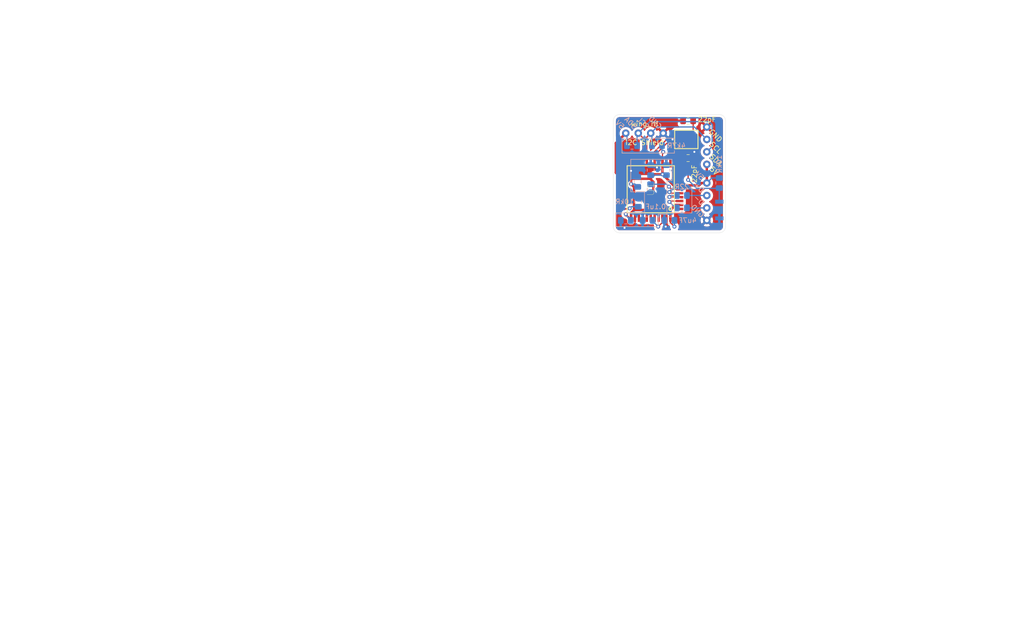
<source format=kicad_pcb>
(kicad_pcb (version 20171130) (host pcbnew 5.1.5+dfsg1-2build2)

  (general
    (thickness 1.6)
    (drawings 52)
    (tracks 176)
    (zones 0)
    (modules 21)
    (nets 37)
  )

  (page D)
  (layers
    (0 F.Cu signal)
    (31 B.Cu signal)
    (32 B.Adhes user hide)
    (33 F.Adhes user hide)
    (34 B.Paste user hide)
    (35 F.Paste user hide)
    (36 B.SilkS user)
    (37 F.SilkS user)
    (38 B.Mask user hide)
    (39 F.Mask user hide)
    (40 Dwgs.User user)
    (41 Cmts.User user)
    (42 Eco1.User user)
    (43 Eco2.User user)
    (44 Edge.Cuts user)
    (45 Margin user)
    (46 B.CrtYd user)
    (47 F.CrtYd user)
    (48 B.Fab user hide)
    (49 F.Fab user hide)
  )

  (setup
    (last_trace_width 1)
    (user_trace_width 0.4)
    (user_trace_width 0.5)
    (user_trace_width 1)
    (user_trace_width 2)
    (trace_clearance 0.2)
    (zone_clearance 0.508)
    (zone_45_only no)
    (trace_min 0.2)
    (via_size 0.8)
    (via_drill 0.4)
    (via_min_size 0.4)
    (via_min_drill 0.3)
    (uvia_size 0.3)
    (uvia_drill 0.1)
    (uvias_allowed no)
    (uvia_min_size 0.2)
    (uvia_min_drill 0.1)
    (edge_width 0.05)
    (segment_width 0.2)
    (pcb_text_width 0.3)
    (pcb_text_size 1.5 1.5)
    (mod_edge_width 0.12)
    (mod_text_size 1 1)
    (mod_text_width 0.15)
    (pad_size 1.7 1.7)
    (pad_drill 1)
    (pad_to_mask_clearance 0.051)
    (aux_axis_origin 0 0)
    (grid_origin 206.913728 54.758995)
    (visible_elements 7FFFFFEF)
    (pcbplotparams
      (layerselection 0x010fc_ffffffff)
      (usegerberextensions true)
      (usegerberattributes false)
      (usegerberadvancedattributes false)
      (creategerberjobfile false)
      (excludeedgelayer true)
      (linewidth 0.100000)
      (plotframeref false)
      (viasonmask false)
      (mode 1)
      (useauxorigin false)
      (hpglpennumber 1)
      (hpglpenspeed 20)
      (hpglpendiameter 15.000000)
      (psnegative false)
      (psa4output false)
      (plotreference true)
      (plotvalue true)
      (plotinvisibletext false)
      (padsonsilk false)
      (subtractmaskfromsilk false)
      (outputformat 1)
      (mirror false)
      (drillshape 0)
      (scaleselection 1)
      (outputdirectory "../Gerbers/Shield/"))
  )

  (net 0 "")
  (net 1 VCC)
  (net 2 SCL)
  (net 3 SDA)
  (net 4 /RST)
  (net 5 "Net-(U1-Pad1)")
  (net 6 /UsbD+)
  (net 7 /UsbD-)
  (net 8 GND)
  (net 9 "Net-(U1-Pad25)")
  (net 10 "Net-(U1-Pad26)")
  (net 11 "Net-(U1-Pad21)")
  (net 12 "Net-(U1-Pad22)")
  (net 13 "Net-(C101-Pad1)")
  (net 14 "Net-(C108-Pad1)")
  (net 15 "Net-(C109-Pad1)")
  (net 16 "Net-(R101-Pad2)")
  (net 17 "Net-(R102-Pad2)")
  (net 18 "Net-(U1-Pad41)")
  (net 19 "Net-(U1-Pad40)")
  (net 20 "Net-(U1-Pad39)")
  (net 21 "Net-(U1-Pad38)")
  (net 22 "Net-(U1-Pad32)")
  (net 23 "Net-(U1-Pad31)")
  (net 24 "Net-(U1-Pad30)")
  (net 25 "Net-(U1-Pad29)")
  (net 26 "Net-(U1-Pad28)")
  (net 27 "Net-(U1-Pad27)")
  (net 28 "Net-(U1-Pad20)")
  (net 29 /SCK)
  (net 30 /MISO)
  (net 31 /MOSI)
  (net 32 /SS2)
  (net 33 /SS1)
  (net 34 "Net-(U1-Pad37)")
  (net 35 "Net-(U1-Pad36)")
  (net 36 "Net-(R106-Pad1)")

  (net_class Default "This is the default net class."
    (clearance 0.2)
    (trace_width 0.25)
    (via_dia 0.8)
    (via_drill 0.4)
    (uvia_dia 0.3)
    (uvia_drill 0.1)
    (add_net /MISO)
    (add_net /MOSI)
    (add_net /RST)
    (add_net /SCK)
    (add_net /SS1)
    (add_net /SS2)
    (add_net /UsbD+)
    (add_net /UsbD-)
    (add_net GND)
    (add_net "Net-(C101-Pad1)")
    (add_net "Net-(C108-Pad1)")
    (add_net "Net-(C109-Pad1)")
    (add_net "Net-(R101-Pad2)")
    (add_net "Net-(R102-Pad2)")
    (add_net "Net-(R106-Pad1)")
    (add_net "Net-(U1-Pad1)")
    (add_net "Net-(U1-Pad20)")
    (add_net "Net-(U1-Pad21)")
    (add_net "Net-(U1-Pad22)")
    (add_net "Net-(U1-Pad25)")
    (add_net "Net-(U1-Pad26)")
    (add_net "Net-(U1-Pad27)")
    (add_net "Net-(U1-Pad28)")
    (add_net "Net-(U1-Pad29)")
    (add_net "Net-(U1-Pad30)")
    (add_net "Net-(U1-Pad31)")
    (add_net "Net-(U1-Pad32)")
    (add_net "Net-(U1-Pad36)")
    (add_net "Net-(U1-Pad37)")
    (add_net "Net-(U1-Pad38)")
    (add_net "Net-(U1-Pad39)")
    (add_net "Net-(U1-Pad40)")
    (add_net "Net-(U1-Pad41)")
    (add_net SCL)
    (add_net SDA)
    (add_net VCC)
  )

  (module SVastaCustomParts:Terminal_Block_4pos_On_Shore_Tech. (layer B.Cu) (tedit 601B607C) (tstamp 601C33C5)
    (at 322.483728 59.838995 90)
    (path /6034EFD6)
    (fp_text reference I2C2 (at 4.445 2.54 270) (layer B.SilkS) hide
      (effects (font (size 1 1) (thickness 0.15)) (justify mirror))
    )
    (fp_text value Conn_01x04_Female (at 0 5.08 270) (layer B.Fab)
      (effects (font (size 1 1) (thickness 0.15)) (justify mirror))
    )
    (fp_line (start 9.12 -3.2) (end 9.12 3.3) (layer B.CrtYd) (width 0.12))
    (fp_line (start 9.12 -3.2) (end -1.5 -3.2) (layer B.CrtYd) (width 0.12))
    (fp_line (start -1.5 3.3) (end 9.12 3.3) (layer B.CrtYd) (width 0.12))
    (fp_line (start -1.5 3.3) (end -1.5 -3.2) (layer B.CrtYd) (width 0.12))
    (pad 4 thru_hole circle (at 7.62 0 90) (size 1.524 1.524) (drill 0.762) (layers *.Cu *.Mask)
      (net 8 GND))
    (pad 3 thru_hole circle (at 5.08 0 90) (size 1.524 1.524) (drill 0.762) (layers *.Cu *.Mask)
      (net 2 SCL))
    (pad 2 thru_hole circle (at 2.54 0 90) (size 1.524 1.524) (drill 0.762) (layers *.Cu *.Mask)
      (net 3 SDA))
    (pad 1 thru_hole circle (at 0 0 90) (size 1.524 1.524) (drill 0.762) (layers *.Cu *.Mask)
      (net 1 VCC))
  )

  (module SVastaCustomParts:ATMEGA32U4-AU_FixedMask (layer F.Cu) (tedit 5ED18AFA) (tstamp 5FBA6968)
    (at 311.051313 64.923957 180)
    (path /5D7C78E0)
    (solder_mask_margin 0.1)
    (attr smd)
    (fp_text reference U1 (at 0 0 90) (layer F.SilkS)
      (effects (font (size 1.4 1.4) (thickness 0.05)))
    )
    (fp_text value ATMEGA32U4 (at -2.55 8.1261 180) (layer F.SilkS) hide
      (effects (font (size 1.4 1.4) (thickness 0.05)))
    )
    (fp_line (start -7 7) (end -7 -7) (layer Dwgs.User) (width 0.05))
    (fp_line (start 7 7) (end -7 7) (layer Dwgs.User) (width 0.05))
    (fp_line (start 7 -7) (end 7 7) (layer Dwgs.User) (width 0.05))
    (fp_line (start -7 -7) (end 7 -7) (layer Dwgs.User) (width 0.05))
    (fp_circle (center -4 -4) (end -3.7173 -4) (layer F.SilkS) (width 0.254))
    (fp_line (start -4.8 4.8) (end -4.8 -4.8) (layer F.SilkS) (width 0.2032))
    (fp_line (start 4.8 4.8) (end -4.8 4.8) (layer F.SilkS) (width 0.2032))
    (fp_line (start 4.8 -4.8) (end 4.8 4.8) (layer F.SilkS) (width 0.2032))
    (fp_line (start -4.8 -4.8) (end 4.8 -4.8) (layer F.SilkS) (width 0.2032))
    (pad 44 smd rect (at -4 -5.9 180) (size 0.5 1.5) (layers F.Cu F.Paste F.Mask)
      (net 1 VCC) (solder_mask_margin 0.05))
    (pad 43 smd rect (at -3.2 -5.9 180) (size 0.5 1.5) (layers F.Cu F.Paste F.Mask)
      (net 8 GND) (solder_mask_margin 0.05))
    (pad 42 smd rect (at -2.4 -5.9 180) (size 0.5 1.5) (layers F.Cu F.Paste F.Mask)
      (net 1 VCC) (solder_mask_margin 0.05))
    (pad 41 smd rect (at -1.6 -5.9 180) (size 0.5 1.5) (layers F.Cu F.Paste F.Mask)
      (net 18 "Net-(U1-Pad41)") (solder_mask_margin 0.05))
    (pad 40 smd rect (at -0.8 -5.9 180) (size 0.5 1.5) (layers F.Cu F.Paste F.Mask)
      (net 19 "Net-(U1-Pad40)") (solder_mask_margin 0.05))
    (pad 39 smd rect (at 0 -5.9 180) (size 0.5 1.5) (layers F.Cu F.Paste F.Mask)
      (net 20 "Net-(U1-Pad39)") (solder_mask_margin 0.05))
    (pad 38 smd rect (at 0.8 -5.9 180) (size 0.5 1.5) (layers F.Cu F.Paste F.Mask)
      (net 21 "Net-(U1-Pad38)") (solder_mask_margin 0.05))
    (pad 37 smd rect (at 1.6 -5.9 180) (size 0.5 1.5) (layers F.Cu F.Paste F.Mask)
      (net 34 "Net-(U1-Pad37)") (solder_mask_margin 0.05))
    (pad 36 smd rect (at 2.4 -5.9 180) (size 0.5 1.5) (layers F.Cu F.Paste F.Mask)
      (net 35 "Net-(U1-Pad36)") (solder_mask_margin 0.05))
    (pad 35 smd rect (at 3.2 -5.9 180) (size 0.5 1.5) (layers F.Cu F.Paste F.Mask)
      (net 8 GND) (solder_mask_margin 0.05))
    (pad 34 smd rect (at 4 -5.9 180) (size 0.5 1.5) (layers F.Cu F.Paste F.Mask)
      (net 1 VCC) (solder_mask_margin 0.05))
    (pad 33 smd rect (at 5.9 -4 180) (size 1.5 0.5) (layers F.Cu F.Paste F.Mask)
      (net 36 "Net-(R106-Pad1)") (solder_mask_margin 0.05))
    (pad 32 smd rect (at 5.9 -3.2 180) (size 1.5 0.5) (layers F.Cu F.Paste F.Mask)
      (net 22 "Net-(U1-Pad32)") (solder_mask_margin 0.05))
    (pad 31 smd rect (at 5.9 -2.4 180) (size 1.5 0.5) (layers F.Cu F.Paste F.Mask)
      (net 23 "Net-(U1-Pad31)") (solder_mask_margin 0.05))
    (pad 30 smd rect (at 5.9 -1.6 180) (size 1.5 0.5) (layers F.Cu F.Paste F.Mask)
      (net 24 "Net-(U1-Pad30)") (solder_mask_margin 0.05))
    (pad 29 smd rect (at 5.9 -0.8 180) (size 1.5 0.5) (layers F.Cu F.Paste F.Mask)
      (net 25 "Net-(U1-Pad29)") (solder_mask_margin 0.05))
    (pad 28 smd rect (at 5.9 0 180) (size 1.5 0.5) (layers F.Cu F.Paste F.Mask)
      (net 26 "Net-(U1-Pad28)") (solder_mask_margin 0.05))
    (pad 27 smd rect (at 5.9 0.8 180) (size 1.5 0.5) (layers F.Cu F.Paste F.Mask)
      (net 27 "Net-(U1-Pad27)") (solder_mask_margin 0.05))
    (pad 26 smd rect (at 5.9 1.6 180) (size 1.5 0.5) (layers F.Cu F.Paste F.Mask)
      (net 10 "Net-(U1-Pad26)") (solder_mask_margin 0.05))
    (pad 25 smd rect (at 5.9 2.4 180) (size 1.5 0.5) (layers F.Cu F.Paste F.Mask)
      (net 9 "Net-(U1-Pad25)") (solder_mask_margin 0.05))
    (pad 24 smd rect (at 5.9 3.2 180) (size 1.5 0.5) (layers F.Cu F.Paste F.Mask)
      (net 1 VCC) (solder_mask_margin 0.05))
    (pad 23 smd rect (at 5.9 4 180) (size 1.5 0.5) (layers F.Cu F.Paste F.Mask)
      (net 8 GND) (solder_mask_margin 0.05))
    (pad 22 smd rect (at 4 5.9 180) (size 0.5 1.5) (layers F.Cu F.Paste F.Mask)
      (net 12 "Net-(U1-Pad22)") (solder_mask_margin 0.05))
    (pad 21 smd rect (at 3.2 5.9 180) (size 0.5 1.5) (layers F.Cu F.Paste F.Mask)
      (net 11 "Net-(U1-Pad21)") (solder_mask_margin 0.05))
    (pad 20 smd rect (at 2.4 5.9 180) (size 0.5 1.5) (layers F.Cu F.Paste F.Mask)
      (net 28 "Net-(U1-Pad20)") (solder_mask_margin 0.05))
    (pad 19 smd rect (at 1.6 5.9 180) (size 0.5 1.5) (layers F.Cu F.Paste F.Mask)
      (net 3 SDA) (solder_mask_margin 0.05))
    (pad 18 smd rect (at 0.8 5.9 180) (size 0.5 1.5) (layers F.Cu F.Paste F.Mask)
      (net 2 SCL) (solder_mask_margin 0.05))
    (pad 17 smd rect (at 0 5.9 180) (size 0.5 1.5) (layers F.Cu F.Paste F.Mask)
      (net 15 "Net-(C109-Pad1)") (solder_mask_margin 0.05))
    (pad 16 smd rect (at -0.8 5.9 180) (size 0.5 1.5) (layers F.Cu F.Paste F.Mask)
      (net 14 "Net-(C108-Pad1)") (solder_mask_margin 0.05))
    (pad 15 smd rect (at -1.6 5.9 180) (size 0.5 1.5) (layers F.Cu F.Paste F.Mask)
      (net 8 GND) (solder_mask_margin 0.05))
    (pad 14 smd rect (at -2.4 5.9 180) (size 0.5 1.5) (layers F.Cu F.Paste F.Mask)
      (net 1 VCC) (solder_mask_margin 0.05))
    (pad 13 smd rect (at -3.2 5.9 180) (size 0.5 1.5) (layers F.Cu F.Paste F.Mask)
      (net 4 /RST) (solder_mask_margin 0.05))
    (pad 12 smd rect (at -4 5.9 180) (size 0.5 1.5) (layers F.Cu F.Paste F.Mask)
      (net 32 /SS2) (solder_mask_margin 0.05))
    (pad 11 smd rect (at -5.9 4 180) (size 1.5 0.5) (layers F.Cu F.Paste F.Mask)
      (net 30 /MISO) (solder_mask_margin 0.05))
    (pad 10 smd rect (at -5.9 3.2 180) (size 1.5 0.5) (layers F.Cu F.Paste F.Mask)
      (net 31 /MOSI) (solder_mask_margin 0.05))
    (pad 9 smd rect (at -5.9 2.4 180) (size 1.5 0.5) (layers F.Cu F.Paste F.Mask)
      (net 29 /SCK) (solder_mask_margin 0.05))
    (pad 8 smd rect (at -5.9 1.6 180) (size 1.5 0.5) (layers F.Cu F.Paste F.Mask)
      (net 33 /SS1) (solder_mask_margin 0.05))
    (pad 7 smd rect (at -5.9 0.8 180) (size 1.5 0.5) (layers F.Cu F.Paste F.Mask)
      (net 1 VCC) (solder_mask_margin 0.05))
    (pad 6 smd rect (at -5.9 0 180) (size 1.5 0.5) (layers F.Cu F.Paste F.Mask)
      (net 13 "Net-(C101-Pad1)") (solder_mask_margin 0.05))
    (pad 5 smd rect (at -5.9 -0.8 180) (size 1.5 0.5) (layers F.Cu F.Paste F.Mask)
      (net 8 GND) (solder_mask_margin 0.05))
    (pad 4 smd rect (at -5.9 -1.6 180) (size 1.5 0.5) (layers F.Cu F.Paste F.Mask)
      (net 6 /UsbD+) (solder_mask_margin 0.05))
    (pad 3 smd rect (at -5.9 -2.4 180) (size 1.5 0.5) (layers F.Cu F.Paste F.Mask)
      (net 7 /UsbD-) (solder_mask_margin 0.05))
    (pad 2 smd rect (at -5.9 -3.2 180) (size 1.5 0.5) (layers F.Cu F.Paste F.Mask)
      (net 1 VCC) (solder_mask_margin 0.05))
    (pad 1 smd rect (at -5.9 -4 180) (size 1.5 0.5) (layers F.Cu F.Paste F.Mask)
      (net 5 "Net-(U1-Pad1)") (solder_mask_margin 0.05))
  )

  (module SVastaCustomParts:MomentarySwitch_B3U-1000P (layer B.Cu) (tedit 5FB9C3ED) (tstamp 5FBAD03D)
    (at 325.023728 69.158996 90)
    (path /5D7DD68E)
    (fp_text reference SW1 (at 0 0.0675 270) (layer B.SilkS) hide
      (effects (font (size 1 1) (thickness 0.15)) (justify mirror))
    )
    (fp_text value SW_RST (at 0.5 -4.45 270) (layer B.Fab)
      (effects (font (size 1 1) (thickness 0.15)) (justify mirror))
    )
    (fp_text user %R (at 0 0 270) (layer B.Fab)
      (effects (font (size 1 1) (thickness 0.15)) (justify mirror))
    )
    (pad 2 smd rect (at 1.7 0 270) (size 0.8 1.7) (layers B.Cu B.Paste B.Mask)
      (net 4 /RST))
    (pad 1 smd rect (at -1.7 0 90) (size 0.8 1.7) (layers B.Cu B.Paste B.Mask)
      (net 8 GND))
  )

  (module SVastaCustomParts:Terminal_Block_4pos_On_Shore_Tech. (layer F.Cu) (tedit 601B607C) (tstamp 601C0046)
    (at 322.483728 71.268995 90)
    (path /601C591E)
    (fp_text reference USB1 (at 2.54 2.54 90) (layer F.SilkS) hide
      (effects (font (size 1 1) (thickness 0.15)))
    )
    (fp_text value Conn_01x04_Female (at 0 -5.08 90) (layer F.Fab)
      (effects (font (size 1 1) (thickness 0.15)))
    )
    (fp_line (start 9.12 3.2) (end 9.12 -3.3) (layer F.CrtYd) (width 0.12))
    (fp_line (start 9.12 3.2) (end -1.5 3.2) (layer F.CrtYd) (width 0.12))
    (fp_line (start -1.5 -3.3) (end 9.12 -3.3) (layer F.CrtYd) (width 0.12))
    (fp_line (start -1.5 -3.3) (end -1.5 3.2) (layer F.CrtYd) (width 0.12))
    (pad 4 thru_hole circle (at 7.62 0 90) (size 1.524 1.524) (drill 0.762) (layers *.Cu *.Mask)
      (net 1 VCC))
    (pad 3 thru_hole circle (at 5.08 0 90) (size 1.524 1.524) (drill 0.762) (layers *.Cu *.Mask)
      (net 16 "Net-(R101-Pad2)"))
    (pad 2 thru_hole circle (at 2.54 0 90) (size 1.524 1.524) (drill 0.762) (layers *.Cu *.Mask)
      (net 17 "Net-(R102-Pad2)"))
    (pad 1 thru_hole circle (at 0 0 90) (size 1.524 1.524) (drill 0.762) (layers *.Cu *.Mask)
      (net 8 GND))
  )

  (module SVastaCustomParts:Terminal_Block_4pos_On_Shore_Tech. (layer F.Cu) (tedit 601B607C) (tstamp 601BEBF9)
    (at 313.593728 53.488995 180)
    (path /602C6B7C)
    (fp_text reference I2C1 (at 2.54 2.54) (layer F.SilkS) hide
      (effects (font (size 1 1) (thickness 0.15)))
    )
    (fp_text value Conn_01x04_Female (at 0 -5.08) (layer F.Fab)
      (effects (font (size 1 1) (thickness 0.15)))
    )
    (fp_line (start 9.12 3.2) (end 9.12 -3.3) (layer F.CrtYd) (width 0.12))
    (fp_line (start 9.12 3.2) (end -1.5 3.2) (layer F.CrtYd) (width 0.12))
    (fp_line (start -1.5 -3.3) (end 9.12 -3.3) (layer F.CrtYd) (width 0.12))
    (fp_line (start -1.5 -3.3) (end -1.5 3.2) (layer F.CrtYd) (width 0.12))
    (pad 4 thru_hole circle (at 7.62 0 180) (size 1.524 1.524) (drill 0.762) (layers *.Cu *.Mask)
      (net 1 VCC))
    (pad 3 thru_hole circle (at 5.08 0 180) (size 1.524 1.524) (drill 0.762) (layers *.Cu *.Mask)
      (net 3 SDA))
    (pad 2 thru_hole circle (at 2.54 0 180) (size 1.524 1.524) (drill 0.762) (layers *.Cu *.Mask)
      (net 2 SCL))
    (pad 1 thru_hole circle (at 0 0 180) (size 1.524 1.524) (drill 0.762) (layers *.Cu *.Mask)
      (net 8 GND))
  )

  (module Resistor_SMD:R_0805_2012Metric_Pad1.15x1.40mm_HandSolder (layer B.Cu) (tedit 5B36C52B) (tstamp 601B95E4)
    (at 325.023728 63.648995 270)
    (descr "Resistor SMD 0805 (2012 Metric), square (rectangular) end terminal, IPC_7351 nominal with elongated pad for handsoldering. (Body size source: https://docs.google.com/spreadsheets/d/1BsfQQcO9C6DZCsRaXUlFlo91Tg2WpOkGARC1WS5S8t0/edit?usp=sharing), generated with kicad-footprint-generator")
    (tags "resistor handsolder")
    (path /5D7DE09C)
    (attr smd)
    (fp_text reference R103 (at -3.81 0 90) (layer B.SilkS) hide
      (effects (font (size 1 1) (thickness 0.15)) (justify mirror))
    )
    (fp_text value 10K (at 0 -1.65 90) (layer B.Fab)
      (effects (font (size 1 1) (thickness 0.15)) (justify mirror))
    )
    (fp_text user %R (at 0 0 90) (layer B.Fab)
      (effects (font (size 0.5 0.5) (thickness 0.08)) (justify mirror))
    )
    (fp_line (start 1.85 -0.95) (end -1.85 -0.95) (layer B.CrtYd) (width 0.05))
    (fp_line (start 1.85 0.95) (end 1.85 -0.95) (layer B.CrtYd) (width 0.05))
    (fp_line (start -1.85 0.95) (end 1.85 0.95) (layer B.CrtYd) (width 0.05))
    (fp_line (start -1.85 -0.95) (end -1.85 0.95) (layer B.CrtYd) (width 0.05))
    (fp_line (start -0.261252 -0.71) (end 0.261252 -0.71) (layer B.SilkS) (width 0.12))
    (fp_line (start -0.261252 0.71) (end 0.261252 0.71) (layer B.SilkS) (width 0.12))
    (fp_line (start 1 -0.6) (end -1 -0.6) (layer B.Fab) (width 0.1))
    (fp_line (start 1 0.6) (end 1 -0.6) (layer B.Fab) (width 0.1))
    (fp_line (start -1 0.6) (end 1 0.6) (layer B.Fab) (width 0.1))
    (fp_line (start -1 -0.6) (end -1 0.6) (layer B.Fab) (width 0.1))
    (pad 2 smd roundrect (at 1.025 0 270) (size 1.15 1.4) (layers B.Cu B.Paste B.Mask) (roundrect_rratio 0.217391)
      (net 4 /RST))
    (pad 1 smd roundrect (at -1.025 0 270) (size 1.15 1.4) (layers B.Cu B.Paste B.Mask) (roundrect_rratio 0.217391)
      (net 1 VCC))
    (model ${KISYS3DMOD}/Resistor_SMD.3dshapes/R_0805_2012Metric.wrl
      (at (xyz 0 0 0))
      (scale (xyz 1 1 1))
      (rotate (xyz 0 0 0))
    )
  )

  (module Keyboard_Parts:FA-238 (layer F.Cu) (tedit 5711E409) (tstamp 5FB80CA5)
    (at 318.303766 54.758995)
    (path /5DB4ECC5)
    (fp_text reference X1 (at -3.440038 0 90) (layer F.SilkS) hide
      (effects (font (size 0.8 0.8) (thickness 0.15)))
    )
    (fp_text value XTAL_GND (at 0 -2.625 180) (layer F.SilkS) hide
      (effects (font (size 0.8 0.8) (thickness 0.15)))
    )
    (fp_line (start 2.375 1.875) (end -2.375 1.875) (layer F.SilkS) (width 0.2))
    (fp_line (start 2.375 -1.875) (end 2.375 1.875) (layer F.SilkS) (width 0.2))
    (fp_line (start -2.375 -1.875) (end 2.375 -1.875) (layer F.SilkS) (width 0.2))
    (fp_line (start -2.375 1.875) (end -2.375 -1.875) (layer F.SilkS) (width 0.2))
    (pad 3 smd rect (at 1.1 0.8) (size 1.4 1.2) (drill (offset 0.1 0.05)) (layers F.Cu F.Paste F.Mask)
      (net 8 GND) (clearance 0.2))
    (pad 1 smd rect (at -1.1 0.8) (size 1.4 1.2) (drill (offset -0.1 0.05)) (layers F.Cu F.Paste F.Mask)
      (net 14 "Net-(C108-Pad1)") (clearance 0.2))
    (pad 2 smd rect (at 1.1 -0.8) (size 1.4 1.2) (drill (offset 0.1 -0.05)) (layers F.Cu F.Paste F.Mask)
      (net 15 "Net-(C109-Pad1)") (clearance 0.2))
    (pad 3 smd rect (at -1.1 -0.8) (size 1.4 1.2) (drill (offset -0.1 -0.05)) (layers F.Cu F.Paste F.Mask)
      (net 8 GND) (clearance 0.2))
  )

  (module Capacitor_SMD:C_0805_2012Metric_Pad1.15x1.40mm_HandSolder (layer B.Cu) (tedit 5B36C52B) (tstamp 5FB81226)
    (at 311.053728 64.918995 270)
    (descr "Capacitor SMD 0805 (2012 Metric), square (rectangular) end terminal, IPC_7351 nominal with elongated pad for handsoldering. (Body size source: https://docs.google.com/spreadsheets/d/1BsfQQcO9C6DZCsRaXUlFlo91Tg2WpOkGARC1WS5S8t0/edit?usp=sharing), generated with kicad-footprint-generator")
    (tags "capacitor handsolder")
    (path /5D8090C3)
    (attr smd)
    (fp_text reference C101 (at 0 -1.905 90) (layer B.SilkS) hide
      (effects (font (size 1 1) (thickness 0.15)) (justify mirror))
    )
    (fp_text value 1uF (at 0 -1.65 90) (layer B.Fab)
      (effects (font (size 1 1) (thickness 0.15)) (justify mirror))
    )
    (fp_text user %R (at 0 0 90) (layer B.Fab)
      (effects (font (size 0.5 0.5) (thickness 0.08)) (justify mirror))
    )
    (fp_line (start -1 -0.6) (end -1 0.6) (layer B.Fab) (width 0.1))
    (fp_line (start -1 0.6) (end 1 0.6) (layer B.Fab) (width 0.1))
    (fp_line (start 1 0.6) (end 1 -0.6) (layer B.Fab) (width 0.1))
    (fp_line (start 1 -0.6) (end -1 -0.6) (layer B.Fab) (width 0.1))
    (fp_line (start -0.261252 0.71) (end 0.261252 0.71) (layer B.SilkS) (width 0.12))
    (fp_line (start -0.261252 -0.71) (end 0.261252 -0.71) (layer B.SilkS) (width 0.12))
    (fp_line (start -1.85 -0.95) (end -1.85 0.95) (layer B.CrtYd) (width 0.05))
    (fp_line (start -1.85 0.95) (end 1.85 0.95) (layer B.CrtYd) (width 0.05))
    (fp_line (start 1.85 0.95) (end 1.85 -0.95) (layer B.CrtYd) (width 0.05))
    (fp_line (start 1.85 -0.95) (end -1.85 -0.95) (layer B.CrtYd) (width 0.05))
    (pad 1 smd roundrect (at -1.025 0 270) (size 1.15 1.4) (layers B.Cu B.Paste B.Mask) (roundrect_rratio 0.217391)
      (net 13 "Net-(C101-Pad1)"))
    (pad 2 smd roundrect (at 1.025 0 270) (size 1.15 1.4) (layers B.Cu B.Paste B.Mask) (roundrect_rratio 0.217391)
      (net 8 GND))
    (model ${KISYS3DMOD}/Capacitor_SMD.3dshapes/C_0805_2012Metric.wrl
      (at (xyz 0 0 0))
      (scale (xyz 1 1 1))
      (rotate (xyz 0 0 0))
    )
  )

  (module Capacitor_SMD:C_0805_2012Metric_Pad1.15x1.40mm_HandSolder (layer B.Cu) (tedit 5B36C52B) (tstamp 5FB8102E)
    (at 305.973728 71.268995 180)
    (descr "Capacitor SMD 0805 (2012 Metric), square (rectangular) end terminal, IPC_7351 nominal with elongated pad for handsoldering. (Body size source: https://docs.google.com/spreadsheets/d/1BsfQQcO9C6DZCsRaXUlFlo91Tg2WpOkGARC1WS5S8t0/edit?usp=sharing), generated with kicad-footprint-generator")
    (tags "capacitor handsolder")
    (path /5D7D4534)
    (attr smd)
    (fp_text reference C104 (at 0 -1.778 180) (layer B.SilkS) hide
      (effects (font (size 1 1) (thickness 0.15)) (justify mirror))
    )
    (fp_text value 0.1uF (at 0 -1.65 180) (layer B.Fab)
      (effects (font (size 1 1) (thickness 0.15)) (justify mirror))
    )
    (fp_line (start 1.85 -0.95) (end -1.85 -0.95) (layer B.CrtYd) (width 0.05))
    (fp_line (start 1.85 0.95) (end 1.85 -0.95) (layer B.CrtYd) (width 0.05))
    (fp_line (start -1.85 0.95) (end 1.85 0.95) (layer B.CrtYd) (width 0.05))
    (fp_line (start -1.85 -0.95) (end -1.85 0.95) (layer B.CrtYd) (width 0.05))
    (fp_line (start -0.261252 -0.71) (end 0.261252 -0.71) (layer B.SilkS) (width 0.12))
    (fp_line (start -0.261252 0.71) (end 0.261252 0.71) (layer B.SilkS) (width 0.12))
    (fp_line (start 1 -0.6) (end -1 -0.6) (layer B.Fab) (width 0.1))
    (fp_line (start 1 0.6) (end 1 -0.6) (layer B.Fab) (width 0.1))
    (fp_line (start -1 0.6) (end 1 0.6) (layer B.Fab) (width 0.1))
    (fp_line (start -1 -0.6) (end -1 0.6) (layer B.Fab) (width 0.1))
    (fp_text user %R (at 0 0 180) (layer B.Fab)
      (effects (font (size 0.5 0.5) (thickness 0.08)) (justify mirror))
    )
    (pad 2 smd roundrect (at 1.025 0 180) (size 1.15 1.4) (layers B.Cu B.Paste B.Mask) (roundrect_rratio 0.217391)
      (net 8 GND))
    (pad 1 smd roundrect (at -1.025 0 180) (size 1.15 1.4) (layers B.Cu B.Paste B.Mask) (roundrect_rratio 0.217391)
      (net 1 VCC))
    (model ${KISYS3DMOD}/Capacitor_SMD.3dshapes/C_0805_2012Metric.wrl
      (at (xyz 0 0 0))
      (scale (xyz 1 1 1))
      (rotate (xyz 0 0 0))
    )
  )

  (module Resistor_SMD:R_0805_2012Metric_Pad1.15x1.40mm_HandSolder (layer B.Cu) (tedit 5B36C52B) (tstamp 5F618BF1)
    (at 312.323728 56.028995)
    (descr "Resistor SMD 0805 (2012 Metric), square (rectangular) end terminal, IPC_7351 nominal with elongated pad for handsoldering. (Body size source: https://docs.google.com/spreadsheets/d/1BsfQQcO9C6DZCsRaXUlFlo91Tg2WpOkGARC1WS5S8t0/edit?usp=sharing), generated with kicad-footprint-generator")
    (tags "resistor handsolder")
    (path /5D877CA8)
    (attr smd)
    (fp_text reference R105 (at 2.54 0 270) (layer B.SilkS) hide
      (effects (font (size 1 1) (thickness 0.15)) (justify mirror))
    )
    (fp_text value 4.7K (at 0 -1.65 180) (layer B.Fab)
      (effects (font (size 1 1) (thickness 0.15)) (justify mirror))
    )
    (fp_line (start 1.85 -0.95) (end -1.85 -0.95) (layer B.CrtYd) (width 0.05))
    (fp_line (start 1.85 0.95) (end 1.85 -0.95) (layer B.CrtYd) (width 0.05))
    (fp_line (start -1.85 0.95) (end 1.85 0.95) (layer B.CrtYd) (width 0.05))
    (fp_line (start -1.85 -0.95) (end -1.85 0.95) (layer B.CrtYd) (width 0.05))
    (fp_line (start -0.261252 -0.71) (end 0.261252 -0.71) (layer B.SilkS) (width 0.12))
    (fp_line (start -0.261252 0.71) (end 0.261252 0.71) (layer B.SilkS) (width 0.12))
    (fp_line (start 1 -0.6) (end -1 -0.6) (layer B.Fab) (width 0.1))
    (fp_line (start 1 0.6) (end 1 -0.6) (layer B.Fab) (width 0.1))
    (fp_line (start -1 0.6) (end 1 0.6) (layer B.Fab) (width 0.1))
    (fp_line (start -1 -0.6) (end -1 0.6) (layer B.Fab) (width 0.1))
    (fp_text user %R (at 0 0 180) (layer B.Fab)
      (effects (font (size 0.5 0.5) (thickness 0.08)) (justify mirror))
    )
    (pad 2 smd roundrect (at 1.025 0) (size 1.15 1.4) (layers B.Cu B.Paste B.Mask) (roundrect_rratio 0.217391)
      (net 1 VCC))
    (pad 1 smd roundrect (at -1.025 0) (size 1.15 1.4) (layers B.Cu B.Paste B.Mask) (roundrect_rratio 0.217391)
      (net 2 SCL))
    (model ${KISYS3DMOD}/Resistor_SMD.3dshapes/R_0805_2012Metric.wrl
      (at (xyz 0 0 0))
      (scale (xyz 1 1 1))
      (rotate (xyz 0 0 0))
    )
  )

  (module Resistor_SMD:R_0805_2012Metric_Pad1.15x1.40mm_HandSolder (layer B.Cu) (tedit 5B36C52B) (tstamp 601BA0AE)
    (at 317.403728 66.188995)
    (descr "Resistor SMD 0805 (2012 Metric), square (rectangular) end terminal, IPC_7351 nominal with elongated pad for handsoldering. (Body size source: https://docs.google.com/spreadsheets/d/1BsfQQcO9C6DZCsRaXUlFlo91Tg2WpOkGARC1WS5S8t0/edit?usp=sharing), generated with kicad-footprint-generator")
    (tags "resistor handsolder")
    (path /5D7ED2C3)
    (attr smd)
    (fp_text reference R101 (at 0 -1.905 180) (layer B.SilkS) hide
      (effects (font (size 1 1) (thickness 0.15)) (justify mirror))
    )
    (fp_text value 22R (at 0 -1.65 180) (layer B.Fab)
      (effects (font (size 1 1) (thickness 0.15)) (justify mirror))
    )
    (fp_line (start -1 -0.6) (end -1 0.6) (layer B.Fab) (width 0.1))
    (fp_line (start -1 0.6) (end 1 0.6) (layer B.Fab) (width 0.1))
    (fp_line (start 1 0.6) (end 1 -0.6) (layer B.Fab) (width 0.1))
    (fp_line (start 1 -0.6) (end -1 -0.6) (layer B.Fab) (width 0.1))
    (fp_line (start -0.261252 0.71) (end 0.261252 0.71) (layer B.SilkS) (width 0.12))
    (fp_line (start -0.261252 -0.71) (end 0.261252 -0.71) (layer B.SilkS) (width 0.12))
    (fp_line (start -1.85 -0.95) (end -1.85 0.95) (layer B.CrtYd) (width 0.05))
    (fp_line (start -1.85 0.95) (end 1.85 0.95) (layer B.CrtYd) (width 0.05))
    (fp_line (start 1.85 0.95) (end 1.85 -0.95) (layer B.CrtYd) (width 0.05))
    (fp_line (start 1.85 -0.95) (end -1.85 -0.95) (layer B.CrtYd) (width 0.05))
    (fp_text user %R (at 0 0 180) (layer B.Fab)
      (effects (font (size 0.5 0.5) (thickness 0.08)) (justify mirror))
    )
    (pad 1 smd roundrect (at -1.025 0) (size 1.15 1.4) (layers B.Cu B.Paste B.Mask) (roundrect_rratio 0.217391)
      (net 6 /UsbD+))
    (pad 2 smd roundrect (at 1.025 0) (size 1.15 1.4) (layers B.Cu B.Paste B.Mask) (roundrect_rratio 0.217391)
      (net 16 "Net-(R101-Pad2)"))
    (model ${KISYS3DMOD}/Resistor_SMD.3dshapes/R_0805_2012Metric.wrl
      (at (xyz 0 0 0))
      (scale (xyz 1 1 1))
      (rotate (xyz 0 0 0))
    )
  )

  (module Resistor_SMD:R_0805_2012Metric_Pad1.15x1.40mm_HandSolder (layer B.Cu) (tedit 5B36C52B) (tstamp 601B8633)
    (at 317.403728 68.728995)
    (descr "Resistor SMD 0805 (2012 Metric), square (rectangular) end terminal, IPC_7351 nominal with elongated pad for handsoldering. (Body size source: https://docs.google.com/spreadsheets/d/1BsfQQcO9C6DZCsRaXUlFlo91Tg2WpOkGARC1WS5S8t0/edit?usp=sharing), generated with kicad-footprint-generator")
    (tags "resistor handsolder")
    (path /5D7EE50A)
    (attr smd)
    (fp_text reference R102 (at -3.81 0) (layer B.SilkS) hide
      (effects (font (size 1 1) (thickness 0.15)) (justify mirror))
    )
    (fp_text value 22R (at 0 -1.65) (layer B.Fab)
      (effects (font (size 1 1) (thickness 0.15)) (justify mirror))
    )
    (fp_line (start 1.85 -0.95) (end -1.85 -0.95) (layer B.CrtYd) (width 0.05))
    (fp_line (start 1.85 0.95) (end 1.85 -0.95) (layer B.CrtYd) (width 0.05))
    (fp_line (start -1.85 0.95) (end 1.85 0.95) (layer B.CrtYd) (width 0.05))
    (fp_line (start -1.85 -0.95) (end -1.85 0.95) (layer B.CrtYd) (width 0.05))
    (fp_line (start -0.261252 -0.71) (end 0.261252 -0.71) (layer B.SilkS) (width 0.12))
    (fp_line (start -0.261252 0.71) (end 0.261252 0.71) (layer B.SilkS) (width 0.12))
    (fp_line (start 1 -0.6) (end -1 -0.6) (layer B.Fab) (width 0.1))
    (fp_line (start 1 0.6) (end 1 -0.6) (layer B.Fab) (width 0.1))
    (fp_line (start -1 0.6) (end 1 0.6) (layer B.Fab) (width 0.1))
    (fp_line (start -1 -0.6) (end -1 0.6) (layer B.Fab) (width 0.1))
    (fp_text user %R (at 0 0) (layer B.Fab)
      (effects (font (size 0.5 0.5) (thickness 0.08)) (justify mirror))
    )
    (pad 2 smd roundrect (at 1.025 0) (size 1.15 1.4) (layers B.Cu B.Paste B.Mask) (roundrect_rratio 0.217391)
      (net 17 "Net-(R102-Pad2)"))
    (pad 1 smd roundrect (at -1.025 0) (size 1.15 1.4) (layers B.Cu B.Paste B.Mask) (roundrect_rratio 0.217391)
      (net 7 /UsbD-))
    (model ${KISYS3DMOD}/Resistor_SMD.3dshapes/R_0805_2012Metric.wrl
      (at (xyz 0 0 0))
      (scale (xyz 1 1 1))
      (rotate (xyz 0 0 0))
    )
  )

  (module Resistor_SMD:R_0805_2012Metric_Pad1.15x1.40mm_HandSolder (layer B.Cu) (tedit 5B36C52B) (tstamp 5FB80CCB)
    (at 308.513728 67.458995 90)
    (descr "Resistor SMD 0805 (2012 Metric), square (rectangular) end terminal, IPC_7351 nominal with elongated pad for handsoldering. (Body size source: https://docs.google.com/spreadsheets/d/1BsfQQcO9C6DZCsRaXUlFlo91Tg2WpOkGARC1WS5S8t0/edit?usp=sharing), generated with kicad-footprint-generator")
    (tags "resistor handsolder")
    (path /5D7E4DB9)
    (attr smd)
    (fp_text reference R106 (at 0 -1.905 270) (layer B.SilkS) hide
      (effects (font (size 1 1) (thickness 0.15)) (justify mirror))
    )
    (fp_text value 10K (at 0 -1.65 270) (layer B.Fab)
      (effects (font (size 1 1) (thickness 0.15)) (justify mirror))
    )
    (fp_line (start 1.85 -0.95) (end -1.85 -0.95) (layer B.CrtYd) (width 0.05))
    (fp_line (start 1.85 0.95) (end 1.85 -0.95) (layer B.CrtYd) (width 0.05))
    (fp_line (start -1.85 0.95) (end 1.85 0.95) (layer B.CrtYd) (width 0.05))
    (fp_line (start -1.85 -0.95) (end -1.85 0.95) (layer B.CrtYd) (width 0.05))
    (fp_line (start -0.261252 -0.71) (end 0.261252 -0.71) (layer B.SilkS) (width 0.12))
    (fp_line (start -0.261252 0.71) (end 0.261252 0.71) (layer B.SilkS) (width 0.12))
    (fp_line (start 1 -0.6) (end -1 -0.6) (layer B.Fab) (width 0.1))
    (fp_line (start 1 0.6) (end 1 -0.6) (layer B.Fab) (width 0.1))
    (fp_line (start -1 0.6) (end 1 0.6) (layer B.Fab) (width 0.1))
    (fp_line (start -1 -0.6) (end -1 0.6) (layer B.Fab) (width 0.1))
    (fp_text user %R (at 0 0 270) (layer B.Fab)
      (effects (font (size 0.5 0.5) (thickness 0.08)) (justify mirror))
    )
    (pad 2 smd roundrect (at 1.025 0 90) (size 1.15 1.4) (layers B.Cu B.Paste B.Mask) (roundrect_rratio 0.217391)
      (net 8 GND))
    (pad 1 smd roundrect (at -1.025 0 90) (size 1.15 1.4) (layers B.Cu B.Paste B.Mask) (roundrect_rratio 0.217391)
      (net 36 "Net-(R106-Pad1)"))
    (model ${KISYS3DMOD}/Resistor_SMD.3dshapes/R_0805_2012Metric.wrl
      (at (xyz 0 0 0))
      (scale (xyz 1 1 1))
      (rotate (xyz 0 0 0))
    )
  )

  (module Resistor_SMD:R_0805_2012Metric_Pad1.15x1.40mm_HandSolder (layer B.Cu) (tedit 5B36C52B) (tstamp 601BFB47)
    (at 307.243728 56.028995 180)
    (descr "Resistor SMD 0805 (2012 Metric), square (rectangular) end terminal, IPC_7351 nominal with elongated pad for handsoldering. (Body size source: https://docs.google.com/spreadsheets/d/1BsfQQcO9C6DZCsRaXUlFlo91Tg2WpOkGARC1WS5S8t0/edit?usp=sharing), generated with kicad-footprint-generator")
    (tags "resistor handsolder")
    (path /5D89D367)
    (attr smd)
    (fp_text reference R104 (at 2.54 0 90) (layer B.SilkS) hide
      (effects (font (size 1 1) (thickness 0.15)) (justify mirror))
    )
    (fp_text value 4.7K (at 0 -1.65) (layer B.Fab)
      (effects (font (size 1 1) (thickness 0.15)) (justify mirror))
    )
    (fp_line (start 1.85 -0.95) (end -1.85 -0.95) (layer B.CrtYd) (width 0.05))
    (fp_line (start 1.85 0.95) (end 1.85 -0.95) (layer B.CrtYd) (width 0.05))
    (fp_line (start -1.85 0.95) (end 1.85 0.95) (layer B.CrtYd) (width 0.05))
    (fp_line (start -1.85 -0.95) (end -1.85 0.95) (layer B.CrtYd) (width 0.05))
    (fp_line (start -0.261252 -0.71) (end 0.261252 -0.71) (layer B.SilkS) (width 0.12))
    (fp_line (start -0.261252 0.71) (end 0.261252 0.71) (layer B.SilkS) (width 0.12))
    (fp_line (start 1 -0.6) (end -1 -0.6) (layer B.Fab) (width 0.1))
    (fp_line (start 1 0.6) (end 1 -0.6) (layer B.Fab) (width 0.1))
    (fp_line (start -1 0.6) (end 1 0.6) (layer B.Fab) (width 0.1))
    (fp_line (start -1 -0.6) (end -1 0.6) (layer B.Fab) (width 0.1))
    (fp_text user %R (at 0 0) (layer B.Fab)
      (effects (font (size 0.5 0.5) (thickness 0.08)) (justify mirror))
    )
    (pad 2 smd roundrect (at 1.025 0 180) (size 1.15 1.4) (layers B.Cu B.Paste B.Mask) (roundrect_rratio 0.217391)
      (net 1 VCC))
    (pad 1 smd roundrect (at -1.025 0 180) (size 1.15 1.4) (layers B.Cu B.Paste B.Mask) (roundrect_rratio 0.217391)
      (net 3 SDA))
    (model ${KISYS3DMOD}/Resistor_SMD.3dshapes/R_0805_2012Metric.wrl
      (at (xyz 0 0 0))
      (scale (xyz 1 1 1))
      (rotate (xyz 0 0 0))
    )
  )

  (module Capacitor_SMD:C_0805_2012Metric_Pad1.15x1.40mm_HandSolder (layer F.Cu) (tedit 5B36C52B) (tstamp 5FB809A4)
    (at 318.673728 50.948995 180)
    (descr "Capacitor SMD 0805 (2012 Metric), square (rectangular) end terminal, IPC_7351 nominal with elongated pad for handsoldering. (Body size source: https://docs.google.com/spreadsheets/d/1BsfQQcO9C6DZCsRaXUlFlo91Tg2WpOkGARC1WS5S8t0/edit?usp=sharing), generated with kicad-footprint-generator")
    (tags "capacitor handsolder")
    (path /5D7CA190)
    (attr smd)
    (fp_text reference C109 (at 4.445 0) (layer F.SilkS) hide
      (effects (font (size 1 1) (thickness 0.15)))
    )
    (fp_text value 22pF (at 0 1.65) (layer F.Fab)
      (effects (font (size 1 1) (thickness 0.15)))
    )
    (fp_line (start 1.85 0.95) (end -1.85 0.95) (layer F.CrtYd) (width 0.05))
    (fp_line (start 1.85 -0.95) (end 1.85 0.95) (layer F.CrtYd) (width 0.05))
    (fp_line (start -1.85 -0.95) (end 1.85 -0.95) (layer F.CrtYd) (width 0.05))
    (fp_line (start -1.85 0.95) (end -1.85 -0.95) (layer F.CrtYd) (width 0.05))
    (fp_line (start -0.261252 0.71) (end 0.261252 0.71) (layer F.SilkS) (width 0.12))
    (fp_line (start -0.261252 -0.71) (end 0.261252 -0.71) (layer F.SilkS) (width 0.12))
    (fp_line (start 1 0.6) (end -1 0.6) (layer F.Fab) (width 0.1))
    (fp_line (start 1 -0.6) (end 1 0.6) (layer F.Fab) (width 0.1))
    (fp_line (start -1 -0.6) (end 1 -0.6) (layer F.Fab) (width 0.1))
    (fp_line (start -1 0.6) (end -1 -0.6) (layer F.Fab) (width 0.1))
    (fp_text user %R (at 0 0) (layer F.Fab)
      (effects (font (size 0.5 0.5) (thickness 0.08)))
    )
    (pad 2 smd roundrect (at 1.025 0 180) (size 1.15 1.4) (layers F.Cu F.Paste F.Mask) (roundrect_rratio 0.217391)
      (net 8 GND))
    (pad 1 smd roundrect (at -1.025 0 180) (size 1.15 1.4) (layers F.Cu F.Paste F.Mask) (roundrect_rratio 0.217391)
      (net 15 "Net-(C109-Pad1)"))
    (model ${KISYS3DMOD}/Capacitor_SMD.3dshapes/C_0805_2012Metric.wrl
      (at (xyz 0 0 0))
      (scale (xyz 1 1 1))
      (rotate (xyz 0 0 0))
    )
  )

  (module Capacitor_SMD:C_0805_2012Metric_Pad1.15x1.40mm_HandSolder (layer F.Cu) (tedit 5B36C52B) (tstamp 5FBA5B33)
    (at 318.673728 58.568995)
    (descr "Capacitor SMD 0805 (2012 Metric), square (rectangular) end terminal, IPC_7351 nominal with elongated pad for handsoldering. (Body size source: https://docs.google.com/spreadsheets/d/1BsfQQcO9C6DZCsRaXUlFlo91Tg2WpOkGARC1WS5S8t0/edit?usp=sharing), generated with kicad-footprint-generator")
    (tags "capacitor handsolder")
    (path /5D7C9BF4)
    (attr smd)
    (fp_text reference C108 (at 1.27 1.905) (layer F.SilkS) hide
      (effects (font (size 1 1) (thickness 0.15)))
    )
    (fp_text value 22pF (at 0 1.65) (layer F.Fab)
      (effects (font (size 1 1) (thickness 0.15)))
    )
    (fp_line (start 1.85 0.95) (end -1.85 0.95) (layer F.CrtYd) (width 0.05))
    (fp_line (start 1.85 -0.95) (end 1.85 0.95) (layer F.CrtYd) (width 0.05))
    (fp_line (start -1.85 -0.95) (end 1.85 -0.95) (layer F.CrtYd) (width 0.05))
    (fp_line (start -1.85 0.95) (end -1.85 -0.95) (layer F.CrtYd) (width 0.05))
    (fp_line (start -0.261252 0.71) (end 0.261252 0.71) (layer F.SilkS) (width 0.12))
    (fp_line (start -0.261252 -0.71) (end 0.261252 -0.71) (layer F.SilkS) (width 0.12))
    (fp_line (start 1 0.6) (end -1 0.6) (layer F.Fab) (width 0.1))
    (fp_line (start 1 -0.6) (end 1 0.6) (layer F.Fab) (width 0.1))
    (fp_line (start -1 -0.6) (end 1 -0.6) (layer F.Fab) (width 0.1))
    (fp_line (start -1 0.6) (end -1 -0.6) (layer F.Fab) (width 0.1))
    (fp_text user %R (at 0 0) (layer F.Fab)
      (effects (font (size 0.5 0.5) (thickness 0.08)))
    )
    (pad 2 smd roundrect (at 1.025 0) (size 1.15 1.4) (layers F.Cu F.Paste F.Mask) (roundrect_rratio 0.217391)
      (net 8 GND))
    (pad 1 smd roundrect (at -1.025 0) (size 1.15 1.4) (layers F.Cu F.Paste F.Mask) (roundrect_rratio 0.217391)
      (net 14 "Net-(C108-Pad1)"))
    (model ${KISYS3DMOD}/Capacitor_SMD.3dshapes/C_0805_2012Metric.wrl
      (at (xyz 0 0 0))
      (scale (xyz 1 1 1))
      (rotate (xyz 0 0 0))
    )
  )

  (module Capacitor_SMD:C_0805_2012Metric_Pad1.15x1.40mm_HandSolder (layer B.Cu) (tedit 5B36C52B) (tstamp 5FB80944)
    (at 314.863728 71.268995 180)
    (descr "Capacitor SMD 0805 (2012 Metric), square (rectangular) end terminal, IPC_7351 nominal with elongated pad for handsoldering. (Body size source: https://docs.google.com/spreadsheets/d/1BsfQQcO9C6DZCsRaXUlFlo91Tg2WpOkGARC1WS5S8t0/edit?usp=sharing), generated with kicad-footprint-generator")
    (tags "capacitor handsolder")
    (path /5D7D6F85)
    (attr smd)
    (fp_text reference C107 (at 0 -1.778) (layer B.SilkS) hide
      (effects (font (size 1 1) (thickness 0.15)) (justify mirror))
    )
    (fp_text value 4.7uF (at 0 -1.65) (layer B.Fab)
      (effects (font (size 1 1) (thickness 0.15)) (justify mirror))
    )
    (fp_line (start 1.85 -0.95) (end -1.85 -0.95) (layer B.CrtYd) (width 0.05))
    (fp_line (start 1.85 0.95) (end 1.85 -0.95) (layer B.CrtYd) (width 0.05))
    (fp_line (start -1.85 0.95) (end 1.85 0.95) (layer B.CrtYd) (width 0.05))
    (fp_line (start -1.85 -0.95) (end -1.85 0.95) (layer B.CrtYd) (width 0.05))
    (fp_line (start -0.261252 -0.71) (end 0.261252 -0.71) (layer B.SilkS) (width 0.12))
    (fp_line (start -0.261252 0.71) (end 0.261252 0.71) (layer B.SilkS) (width 0.12))
    (fp_line (start 1 -0.6) (end -1 -0.6) (layer B.Fab) (width 0.1))
    (fp_line (start 1 0.6) (end 1 -0.6) (layer B.Fab) (width 0.1))
    (fp_line (start -1 0.6) (end 1 0.6) (layer B.Fab) (width 0.1))
    (fp_line (start -1 -0.6) (end -1 0.6) (layer B.Fab) (width 0.1))
    (fp_text user %R (at 0 0) (layer B.Fab)
      (effects (font (size 0.5 0.5) (thickness 0.08)) (justify mirror))
    )
    (pad 2 smd roundrect (at 1.025 0 180) (size 1.15 1.4) (layers B.Cu B.Paste B.Mask) (roundrect_rratio 0.217391)
      (net 8 GND))
    (pad 1 smd roundrect (at -1.025 0 180) (size 1.15 1.4) (layers B.Cu B.Paste B.Mask) (roundrect_rratio 0.217391)
      (net 1 VCC))
    (model ${KISYS3DMOD}/Capacitor_SMD.3dshapes/C_0805_2012Metric.wrl
      (at (xyz 0 0 0))
      (scale (xyz 1 1 1))
      (rotate (xyz 0 0 0))
    )
  )

  (module Capacitor_SMD:C_0805_2012Metric_Pad1.15x1.40mm_HandSolder (layer B.Cu) (tedit 5B36C52B) (tstamp 5FB811F6)
    (at 314.228728 61.026495 90)
    (descr "Capacitor SMD 0805 (2012 Metric), square (rectangular) end terminal, IPC_7351 nominal with elongated pad for handsoldering. (Body size source: https://docs.google.com/spreadsheets/d/1BsfQQcO9C6DZCsRaXUlFlo91Tg2WpOkGARC1WS5S8t0/edit?usp=sharing), generated with kicad-footprint-generator")
    (tags "capacitor handsolder")
    (path /5D7D59E5)
    (attr smd)
    (fp_text reference C106 (at -0.0825 1.905 90) (layer B.SilkS) hide
      (effects (font (size 1 1) (thickness 0.15)) (justify mirror))
    )
    (fp_text value 0.1uF (at 0 -1.65 90) (layer B.Fab)
      (effects (font (size 1 1) (thickness 0.15)) (justify mirror))
    )
    (fp_line (start 1.85 -0.95) (end -1.85 -0.95) (layer B.CrtYd) (width 0.05))
    (fp_line (start 1.85 0.95) (end 1.85 -0.95) (layer B.CrtYd) (width 0.05))
    (fp_line (start -1.85 0.95) (end 1.85 0.95) (layer B.CrtYd) (width 0.05))
    (fp_line (start -1.85 -0.95) (end -1.85 0.95) (layer B.CrtYd) (width 0.05))
    (fp_line (start -0.261252 -0.71) (end 0.261252 -0.71) (layer B.SilkS) (width 0.12))
    (fp_line (start -0.261252 0.71) (end 0.261252 0.71) (layer B.SilkS) (width 0.12))
    (fp_line (start 1 -0.6) (end -1 -0.6) (layer B.Fab) (width 0.1))
    (fp_line (start 1 0.6) (end 1 -0.6) (layer B.Fab) (width 0.1))
    (fp_line (start -1 0.6) (end 1 0.6) (layer B.Fab) (width 0.1))
    (fp_line (start -1 -0.6) (end -1 0.6) (layer B.Fab) (width 0.1))
    (fp_text user %R (at 0 0 90) (layer B.Fab)
      (effects (font (size 0.5 0.5) (thickness 0.08)) (justify mirror))
    )
    (pad 2 smd roundrect (at 1.025 0 90) (size 1.15 1.4) (layers B.Cu B.Paste B.Mask) (roundrect_rratio 0.217391)
      (net 8 GND))
    (pad 1 smd roundrect (at -1.025 0 90) (size 1.15 1.4) (layers B.Cu B.Paste B.Mask) (roundrect_rratio 0.217391)
      (net 1 VCC))
    (model ${KISYS3DMOD}/Capacitor_SMD.3dshapes/C_0805_2012Metric.wrl
      (at (xyz 0 0 0))
      (scale (xyz 1 1 1))
      (rotate (xyz 0 0 0))
    )
  )

  (module Capacitor_SMD:C_0805_2012Metric_Pad1.15x1.40mm_HandSolder (layer B.Cu) (tedit 5B36C52B) (tstamp 5FB811C6)
    (at 311.053728 61.026495 90)
    (descr "Capacitor SMD 0805 (2012 Metric), square (rectangular) end terminal, IPC_7351 nominal with elongated pad for handsoldering. (Body size source: https://docs.google.com/spreadsheets/d/1BsfQQcO9C6DZCsRaXUlFlo91Tg2WpOkGARC1WS5S8t0/edit?usp=sharing), generated with kicad-footprint-generator")
    (tags "capacitor handsolder")
    (path /5D7D5565)
    (attr smd)
    (fp_text reference C105 (at -0.0825 -1.905 270) (layer B.SilkS) hide
      (effects (font (size 1 1) (thickness 0.15)) (justify right mirror))
    )
    (fp_text value 0.1uF (at 0 -1.65 270) (layer B.Fab)
      (effects (font (size 1 1) (thickness 0.15)) (justify mirror))
    )
    (fp_line (start 1.85 -0.95) (end -1.85 -0.95) (layer B.CrtYd) (width 0.05))
    (fp_line (start 1.85 0.95) (end 1.85 -0.95) (layer B.CrtYd) (width 0.05))
    (fp_line (start -1.85 0.95) (end 1.85 0.95) (layer B.CrtYd) (width 0.05))
    (fp_line (start -1.85 -0.95) (end -1.85 0.95) (layer B.CrtYd) (width 0.05))
    (fp_line (start -0.261252 -0.71) (end 0.261252 -0.71) (layer B.SilkS) (width 0.12))
    (fp_line (start -0.261252 0.71) (end 0.261252 0.71) (layer B.SilkS) (width 0.12))
    (fp_line (start 1 -0.6) (end -1 -0.6) (layer B.Fab) (width 0.1))
    (fp_line (start 1 0.6) (end 1 -0.6) (layer B.Fab) (width 0.1))
    (fp_line (start -1 0.6) (end 1 0.6) (layer B.Fab) (width 0.1))
    (fp_line (start -1 -0.6) (end -1 0.6) (layer B.Fab) (width 0.1))
    (fp_text user %R (at 0 0 270) (layer B.Fab)
      (effects (font (size 0.5 0.5) (thickness 0.08)) (justify mirror))
    )
    (pad 2 smd roundrect (at 1.025 0 90) (size 1.15 1.4) (layers B.Cu B.Paste B.Mask) (roundrect_rratio 0.217391)
      (net 8 GND))
    (pad 1 smd roundrect (at -1.025 0 90) (size 1.15 1.4) (layers B.Cu B.Paste B.Mask) (roundrect_rratio 0.217391)
      (net 1 VCC))
    (model ${KISYS3DMOD}/Capacitor_SMD.3dshapes/C_0805_2012Metric.wrl
      (at (xyz 0 0 0))
      (scale (xyz 1 1 1))
      (rotate (xyz 0 0 0))
    )
  )

  (module Capacitor_SMD:C_0805_2012Metric_Pad1.15x1.40mm_HandSolder (layer B.Cu) (tedit 5B36C52B) (tstamp 5FBADDDC)
    (at 308.394247 63.410754 90)
    (descr "Capacitor SMD 0805 (2012 Metric), square (rectangular) end terminal, IPC_7351 nominal with elongated pad for handsoldering. (Body size source: https://docs.google.com/spreadsheets/d/1BsfQQcO9C6DZCsRaXUlFlo91Tg2WpOkGARC1WS5S8t0/edit?usp=sharing), generated with kicad-footprint-generator")
    (tags "capacitor handsolder")
    (path /5D7D5F3D)
    (attr smd)
    (fp_text reference C103 (at 0 -1.796051 90) (layer B.SilkS) hide
      (effects (font (size 1 1) (thickness 0.15)) (justify mirror))
    )
    (fp_text value 0.1uF (at 0 -1.65 270) (layer B.Fab)
      (effects (font (size 1 1) (thickness 0.15)) (justify mirror))
    )
    (fp_line (start 1.85 -0.95) (end -1.85 -0.95) (layer B.CrtYd) (width 0.05))
    (fp_line (start 1.85 0.95) (end 1.85 -0.95) (layer B.CrtYd) (width 0.05))
    (fp_line (start -1.85 0.95) (end 1.85 0.95) (layer B.CrtYd) (width 0.05))
    (fp_line (start -1.85 -0.95) (end -1.85 0.95) (layer B.CrtYd) (width 0.05))
    (fp_line (start -0.261252 -0.71) (end 0.261252 -0.71) (layer B.SilkS) (width 0.12))
    (fp_line (start -0.261252 0.71) (end 0.261252 0.71) (layer B.SilkS) (width 0.12))
    (fp_line (start 1 -0.6) (end -1 -0.6) (layer B.Fab) (width 0.1))
    (fp_line (start 1 0.6) (end 1 -0.6) (layer B.Fab) (width 0.1))
    (fp_line (start -1 0.6) (end 1 0.6) (layer B.Fab) (width 0.1))
    (fp_line (start -1 -0.6) (end -1 0.6) (layer B.Fab) (width 0.1))
    (fp_text user %R (at 0 0 270) (layer B.Fab)
      (effects (font (size 0.5 0.5) (thickness 0.08)) (justify mirror))
    )
    (pad 2 smd roundrect (at 1.025 0 90) (size 1.15 1.4) (layers B.Cu B.Paste B.Mask) (roundrect_rratio 0.217391)
      (net 8 GND))
    (pad 1 smd roundrect (at -1.025 0 90) (size 1.15 1.4) (layers B.Cu B.Paste B.Mask) (roundrect_rratio 0.217391)
      (net 1 VCC))
    (model ${KISYS3DMOD}/Capacitor_SMD.3dshapes/C_0805_2012Metric.wrl
      (at (xyz 0 0 0))
      (scale (xyz 1 1 1))
      (rotate (xyz 0 0 0))
    )
  )

  (module Capacitor_SMD:C_0805_2012Metric_Pad1.15x1.40mm_HandSolder (layer B.Cu) (tedit 5B36C52B) (tstamp 5FB80A8B)
    (at 310.418728 71.268995)
    (descr "Capacitor SMD 0805 (2012 Metric), square (rectangular) end terminal, IPC_7351 nominal with elongated pad for handsoldering. (Body size source: https://docs.google.com/spreadsheets/d/1BsfQQcO9C6DZCsRaXUlFlo91Tg2WpOkGARC1WS5S8t0/edit?usp=sharing), generated with kicad-footprint-generator")
    (tags "capacitor handsolder")
    (path /5DA00499)
    (attr smd)
    (fp_text reference C102 (at 0 1.778) (layer B.SilkS) hide
      (effects (font (size 1 1) (thickness 0.15)) (justify mirror))
    )
    (fp_text value 0.1uF (at 0 -1.65) (layer B.Fab)
      (effects (font (size 1 1) (thickness 0.15)) (justify mirror))
    )
    (fp_line (start 1.85 -0.95) (end -1.85 -0.95) (layer B.CrtYd) (width 0.05))
    (fp_line (start 1.85 0.95) (end 1.85 -0.95) (layer B.CrtYd) (width 0.05))
    (fp_line (start -1.85 0.95) (end 1.85 0.95) (layer B.CrtYd) (width 0.05))
    (fp_line (start -1.85 -0.95) (end -1.85 0.95) (layer B.CrtYd) (width 0.05))
    (fp_line (start -0.261252 -0.71) (end 0.261252 -0.71) (layer B.SilkS) (width 0.12))
    (fp_line (start -0.261252 0.71) (end 0.261252 0.71) (layer B.SilkS) (width 0.12))
    (fp_line (start 1 -0.6) (end -1 -0.6) (layer B.Fab) (width 0.1))
    (fp_line (start 1 0.6) (end 1 -0.6) (layer B.Fab) (width 0.1))
    (fp_line (start -1 0.6) (end 1 0.6) (layer B.Fab) (width 0.1))
    (fp_line (start -1 -0.6) (end -1 0.6) (layer B.Fab) (width 0.1))
    (fp_text user %R (at 0 0) (layer B.Fab)
      (effects (font (size 0.5 0.5) (thickness 0.08)) (justify mirror))
    )
    (pad 2 smd roundrect (at 1.025 0) (size 1.15 1.4) (layers B.Cu B.Paste B.Mask) (roundrect_rratio 0.217391)
      (net 1 VCC))
    (pad 1 smd roundrect (at -1.025 0) (size 1.15 1.4) (layers B.Cu B.Paste B.Mask) (roundrect_rratio 0.217391)
      (net 8 GND))
    (model ${KISYS3DMOD}/Capacitor_SMD.3dshapes/C_0805_2012Metric.wrl
      (at (xyz 0 0 0))
      (scale (xyz 1 1 1))
      (rotate (xyz 0 0 0))
    )
  )

  (gr_text wing_it! (at 309.783728 51.583995) (layer F.SilkS)
    (effects (font (size 1 1) (thickness 0.15)))
  )
  (gr_text "i2C Shield" (at 309.783728 55.393995) (layer F.SilkS)
    (effects (font (size 1 1) (thickness 0.15)))
  )
  (gr_line (start 314.355728 63.140995) (end 315.371728 63.140995) (layer B.SilkS) (width 0.12) (tstamp 601C2A97))
  (gr_line (start 314.355728 69.998995) (end 314.355728 63.140995) (layer B.SilkS) (width 0.12))
  (gr_line (start 312.577728 69.998995) (end 314.355728 69.998995) (layer B.SilkS) (width 0.12))
  (gr_line (start 312.577728 72.538995) (end 312.577728 69.998995) (layer B.SilkS) (width 0.12))
  (gr_line (start 303.941728 72.538995) (end 312.577728 72.538995) (layer B.SilkS) (width 0.12))
  (gr_line (start 303.941728 69.744995) (end 303.941728 72.538995) (layer B.SilkS) (width 0.12))
  (gr_line (start 309.783728 69.744995) (end 303.941728 69.744995) (layer B.SilkS) (width 0.12))
  (gr_text 0.1uF (at 312.069728 68.474995) (layer B.SilkS) (tstamp 601C378A)
    (effects (font (size 1 1) (thickness 0.15)) (justify mirror))
  )
  (gr_line (start 315.371728 58.822995) (end 306.989728 58.822995) (layer B.SilkS) (width 0.12))
  (gr_line (start 315.371728 63.140995) (end 315.371728 58.822995) (layer B.SilkS) (width 0.12))
  (gr_line (start 309.783728 65.426995) (end 309.783728 69.744995) (layer B.SilkS) (width 0.12))
  (gr_line (start 306.989728 65.426995) (end 309.783728 65.426995) (layer B.SilkS) (width 0.12))
  (gr_line (start 306.989728 58.822995) (end 306.989728 65.426995) (layer B.SilkS) (width 0.12))
  (gr_line (start 315.371728 64.664995) (end 315.879728 64.664995) (layer B.SilkS) (width 0.12))
  (gr_line (start 315.371728 69.744995) (end 315.371728 64.664995) (layer B.SilkS) (width 0.12))
  (gr_line (start 319.435728 64.664995) (end 318.927728 64.664995) (layer B.SilkS) (width 0.12))
  (gr_line (start 319.435728 69.744995) (end 319.435728 64.664995) (layer B.SilkS) (width 0.12))
  (gr_line (start 315.371728 69.744995) (end 319.435728 69.744995) (layer B.SilkS) (width 0.12))
  (gr_text 22R (at 317.403728 64.410995) (layer B.SilkS)
    (effects (font (size 1 1) (thickness 0.15)) (justify mirror))
  )
  (gr_text 4u7F (at 316.641728 71.268995) (layer B.SilkS)
    (effects (font (size 1 1) (thickness 0.15)) (justify right mirror))
  )
  (gr_text 22pF (at 319.943728 59.838995 90) (layer F.SilkS) (tstamp 601C15BF)
    (effects (font (size 1 1) (thickness 0.15)) (justify right))
  )
  (gr_text 22pF (at 320.578728 50.694995) (layer F.SilkS) (tstamp 601C39E3)
    (effects (font (size 1 1) (thickness 0.15)) (justify left))
  )
  (gr_line (start 315.879728 57.552995) (end 315.879728 57.044995) (layer B.SilkS) (width 0.12))
  (gr_line (start 305.211728 57.552995) (end 315.879728 57.552995) (layer B.SilkS) (width 0.12))
  (gr_line (start 305.211728 54.504995) (end 305.211728 57.552995) (layer B.SilkS) (width 0.12))
  (gr_line (start 315.879728 54.504995) (end 305.211728 54.504995) (layer B.SilkS) (width 0.12))
  (gr_line (start 315.879728 55.012995) (end 315.879728 54.504995) (layer B.SilkS) (width 0.12))
  (gr_text 4k7R (at 314.355728 56.028995) (layer B.SilkS) (tstamp 601C193E)
    (effects (font (size 1 1) (thickness 0.15)) (justify right mirror))
  )
  (gr_text 10kR (at 325.023728 61.743995 90) (layer B.SilkS) (tstamp 601C140A)
    (effects (font (size 1 1) (thickness 0.15)) (justify right mirror))
  )
  (gr_text 10kR (at 305.719728 67.458995) (layer B.SilkS)
    (effects (font (size 1 1) (thickness 0.15)) (justify mirror))
  )
  (gr_text SCL (at 323.245728 55.393995 -45) (layer F.SilkS) (tstamp 601C0F49)
    (effects (font (size 1 1) (thickness 0.15)) (justify left))
  )
  (gr_text 5V (at 323.245728 60.473995 -45) (layer F.SilkS) (tstamp 601C0F48)
    (effects (font (size 1 1) (thickness 0.15)) (justify left))
  )
  (gr_text SDA (at 323.245728 57.933995 -45) (layer F.SilkS) (tstamp 601C0F47)
    (effects (font (size 1 1) (thickness 0.15)) (justify left))
  )
  (gr_text GND (at 323.118728 52.853995 315) (layer F.SilkS) (tstamp 601C0F46)
    (effects (font (size 1 1) (thickness 0.15)) (justify left))
  )
  (gr_text GND (at 313.085728 52.472995 315) (layer B.SilkS)
    (effects (font (size 1 1) (thickness 0.15)) (justify left mirror))
  )
  (gr_text SCL (at 310.545728 52.472995 315) (layer B.SilkS)
    (effects (font (size 1 1) (thickness 0.15)) (justify left mirror))
  )
  (gr_text SDA (at 308.005728 52.472995 315) (layer B.SilkS)
    (effects (font (size 1 1) (thickness 0.15)) (justify left mirror))
  )
  (gr_text 5V (at 305.465728 52.472995 315) (layer B.SilkS)
    (effects (font (size 1 1) (thickness 0.15)) (justify left mirror))
  )
  (gr_text GND (at 321.721728 70.506995 -45) (layer B.SilkS)
    (effects (font (size 1 1) (thickness 0.15)) (justify left mirror))
  )
  (gr_text 5V (at 321.721728 62.886995 -45) (layer B.SilkS) (tstamp 601C1EFB)
    (effects (font (size 1 1) (thickness 0.15)) (justify left mirror))
  )
  (gr_text D- (at 321.721728 67.966995 -45) (layer B.SilkS)
    (effects (font (size 1 1) (thickness 0.15)) (justify left mirror))
  )
  (gr_text D+ (at 321.721728 65.426995 -45) (layer B.SilkS)
    (effects (font (size 1 1) (thickness 0.15)) (justify left mirror))
  )
  (gr_line (start 326.293728 72.538995) (end 326.293728 50.948995) (layer Edge.Cuts) (width 0.05) (tstamp 601BFB23))
  (gr_arc (start 304.703728 72.538995) (end 303.433728 72.538995) (angle -90) (layer Edge.Cuts) (width 0.05))
  (gr_arc (start 325.023728 72.538995) (end 325.023728 73.808995) (angle -90) (layer Edge.Cuts) (width 0.05))
  (gr_arc (start 325.023728 50.948995) (end 326.293728 50.948995) (angle -90) (layer Edge.Cuts) (width 0.05))
  (gr_arc (start 304.703728 50.948995) (end 304.703728 49.678995) (angle -90) (layer Edge.Cuts) (width 0.05))
  (gr_line (start 325.023728 49.678995) (end 304.703728 49.678995) (layer Edge.Cuts) (width 0.05) (tstamp 5FBA97A2))
  (gr_line (start 304.703728 73.808995) (end 325.023728 73.808995) (layer Edge.Cuts) (width 0.05))
  (gr_line (start 303.433728 50.948995) (end 303.433728 72.538995) (layer Edge.Cuts) (width 0.05))

  (segment (start 316.94134 64.113984) (end 316.951313 64.123957) (width 0.5) (layer F.Cu) (net 1) (tstamp 5FB8086C))
  (segment (start 315.669298 68.569565) (end 316.114903 68.123957) (width 0.5) (layer F.Cu) (net 1) (tstamp 5FB808A2))
  (segment (start 315.051315 70.823957) (end 315.051314 69.187549) (width 0.5) (layer F.Cu) (net 1) (tstamp 5FB8109D))
  (segment (start 315.051314 69.187549) (end 315.669298 68.569565) (width 0.5) (layer F.Cu) (net 1) (tstamp 5FB8089F))
  (segment (start 316.114903 68.123957) (end 316.951314 68.12396) (width 0.5) (layer F.Cu) (net 1) (tstamp 5FB810A0))
  (segment (start 314.251313 69.187547) (end 315.051314 69.187549) (width 0.5) (layer F.Cu) (net 1) (tstamp 5FB8107F))
  (segment (start 313.451312 69.987548) (end 314.251313 69.187547) (width 0.5) (layer F.Cu) (net 1) (tstamp 5FB8107C))
  (segment (start 313.451313 70.823958) (end 313.451312 69.987548) (width 0.5) (layer F.Cu) (net 1) (tstamp 5FB81079))
  (segment (start 313.451314 69.987545) (end 312.600267 69.136501) (width 0.5) (layer F.Cu) (net 1) (tstamp 5FB81085))
  (segment (start 311.361234 69.136501) (end 311.702187 69.136501) (width 0.5) (layer F.Cu) (net 1) (tstamp 5FB80884))
  (segment (start 311.716222 69.136501) (end 311.361234 69.136501) (width 0.5) (layer F.Cu) (net 1) (tstamp 5FB8087B))
  (segment (start 312.600267 69.136501) (end 311.716222 69.136501) (width 0.5) (layer F.Cu) (net 1) (tstamp 5FB8087E))
  (segment (start 313.451313 70.823958) (end 313.451314 69.987545) (width 0.5) (layer F.Cu) (net 1) (tstamp 5FB81082))
  (segment (start 311.361234 69.136501) (end 307.650855 69.136501) (width 0.5) (layer F.Cu) (net 1) (tstamp 5FB80881))
  (segment (start 307.650855 69.136501) (end 307.051312 69.736041) (width 0.5) (layer F.Cu) (net 1) (tstamp 5FB81091))
  (segment (start 307.051312 69.736041) (end 307.051314 70.823957) (width 0.5) (layer F.Cu) (net 1) (tstamp 5FB8108E))
  (segment (start 307.81826 63.859768) (end 307.047208 63.859767) (width 0.25) (layer B.Cu) (net 1) (tstamp 5FB81097))
  (via (at 307.047208 63.859767) (size 0.8) (drill 0.4) (layers F.Cu B.Cu) (net 1) (tstamp 5FB8109A))
  (segment (start 307.047208 63.859767) (end 307.047208 62.783442) (width 0.5) (layer F.Cu) (net 1) (tstamp 5FB81070))
  (segment (start 307.047208 62.783442) (end 305.987724 61.723956) (width 0.5) (layer F.Cu) (net 1) (tstamp 5FB81073))
  (segment (start 305.987724 61.723956) (end 305.151314 61.723957) (width 0.5) (layer F.Cu) (net 1) (tstamp 5FB81076))
  (segment (start 308.394245 64.435754) (end 307.81826 63.859768) (width 0.25) (layer B.Cu) (net 1) (tstamp 5FB81094))
  (segment (start 307.047208 63.859767) (end 307.650856 64.463415) (width 0.5) (layer F.Cu) (net 1) (tstamp 5FB81088))
  (segment (start 307.650856 64.463415) (end 307.650855 69.136501) (width 0.5) (layer F.Cu) (net 1) (tstamp 5FB8108B))
  (segment (start 313.451313 60.273956) (end 313.451313 59.023957) (width 0.5) (layer F.Cu) (net 1) (tstamp 5FB81058))
  (segment (start 313.451313 61.873957) (end 315.701313 64.123957) (width 0.5) (layer F.Cu) (net 1))
  (segment (start 313.451313 60.273956) (end 313.451313 61.873957) (width 0.5) (layer F.Cu) (net 1))
  (segment (start 315.701313 64.123957) (end 316.951313 64.123957) (width 0.5) (layer F.Cu) (net 1))
  (segment (start 307.047208 62.783442) (end 310.941828 62.783442) (width 0.5) (layer F.Cu) (net 1) (tstamp 5FB81055))
  (segment (start 313.451313 61.873957) (end 311.851313 61.873957) (width 0.5) (layer F.Cu) (net 1))
  (segment (start 311.851313 61.873957) (end 310.941828 62.783442) (width 0.5) (layer F.Cu) (net 1))
  (segment (start 311.597378 63.438992) (end 310.941828 62.783442) (width 0.5) (layer F.Cu) (net 1) (tstamp 5FB81010))
  (segment (start 311.597378 63.438992) (end 311.597378 69.017657) (width 0.5) (layer F.Cu) (net 1) (tstamp 5FB81007))
  (segment (start 311.597378 69.017657) (end 311.716222 69.136501) (width 0.5) (layer F.Cu) (net 1) (tstamp 5FB8100A))
  (via (at 312.577728 72.538995) (size 0.8) (drill 0.4) (layers F.Cu B.Cu) (net 1))
  (segment (start 311.443728 71.404995) (end 312.577728 72.538995) (width 0.25) (layer B.Cu) (net 1))
  (segment (start 311.443728 71.268995) (end 311.443728 71.404995) (width 0.25) (layer B.Cu) (net 1))
  (segment (start 313.451313 71.66541) (end 313.451313 70.823957) (width 0.25) (layer F.Cu) (net 1))
  (segment (start 312.577728 72.538995) (end 313.451313 71.66541) (width 0.25) (layer F.Cu) (net 1))
  (via (at 313.451313 61.873957) (size 0.8) (drill 0.4) (layers F.Cu B.Cu) (net 1))
  (segment (start 313.273775 62.051495) (end 313.451313 61.873957) (width 0.25) (layer B.Cu) (net 1))
  (segment (start 311.053728 62.051495) (end 313.273775 62.051495) (width 0.25) (layer B.Cu) (net 1))
  (segment (start 313.628851 62.051495) (end 313.451313 61.873957) (width 0.25) (layer B.Cu) (net 1))
  (segment (start 314.228728 62.051495) (end 313.628851 62.051495) (width 0.25) (layer B.Cu) (net 1))
  (segment (start 306.218728 53.733995) (end 305.973728 53.488995) (width 0.25) (layer B.Cu) (net 1))
  (segment (start 306.218728 56.028995) (end 306.218728 53.733995) (width 0.25) (layer B.Cu) (net 1))
  (segment (start 318.201313 64.123957) (end 316.951313 64.123957) (width 0.5) (layer F.Cu) (net 1))
  (segment (start 320.931136 64.123957) (end 318.201313 64.123957) (width 0.5) (layer F.Cu) (net 1))
  (segment (start 321.406098 63.648995) (end 320.931136 64.123957) (width 0.5) (layer F.Cu) (net 1))
  (segment (start 322.483728 63.648995) (end 321.406098 63.648995) (width 0.5) (layer F.Cu) (net 1))
  (segment (start 303.951312 61.533958) (end 304.141311 61.723957) (width 0.5) (layer F.Cu) (net 1))
  (segment (start 304.141311 61.723957) (end 305.151313 61.723957) (width 0.5) (layer F.Cu) (net 1))
  (segment (start 303.951312 55.511411) (end 303.951312 61.533958) (width 0.5) (layer F.Cu) (net 1))
  (segment (start 305.973728 53.488995) (end 303.951312 55.511411) (width 0.5) (layer F.Cu) (net 1))
  (via (at 313.597654 57.302921) (size 0.8) (drill 0.4) (layers F.Cu B.Cu) (net 1))
  (segment (start 313.348728 57.053995) (end 313.597654 57.302921) (width 0.25) (layer B.Cu) (net 1))
  (segment (start 313.348728 56.028995) (end 313.348728 57.053995) (width 0.25) (layer B.Cu) (net 1))
  (segment (start 313.451313 57.449262) (end 313.597654 57.302921) (width 0.25) (layer F.Cu) (net 1))
  (segment (start 313.451313 59.023957) (end 313.451313 57.449262) (width 0.25) (layer F.Cu) (net 1))
  (segment (start 323.508728 62.623995) (end 322.483728 63.648995) (width 0.25) (layer B.Cu) (net 1))
  (segment (start 325.023728 62.623995) (end 323.508728 62.623995) (width 0.25) (layer B.Cu) (net 1))
  (via (at 315.879728 72.538995) (size 0.8) (drill 0.4) (layers F.Cu B.Cu) (net 1))
  (segment (start 315.888728 72.529995) (end 315.879728 72.538995) (width 0.25) (layer B.Cu) (net 1))
  (segment (start 315.888728 71.268995) (end 315.888728 72.529995) (width 0.25) (layer B.Cu) (net 1))
  (segment (start 315.051313 71.71058) (end 315.879728 72.538995) (width 0.25) (layer F.Cu) (net 1))
  (segment (start 315.051313 70.823957) (end 315.051313 71.71058) (width 0.25) (layer F.Cu) (net 1))
  (via (at 305.973728 69.998995) (size 0.8) (drill 0.4) (layers F.Cu B.Cu) (net 1))
  (segment (start 306.79869 70.823957) (end 305.973728 69.998995) (width 0.25) (layer F.Cu) (net 1))
  (segment (start 307.051313 70.823957) (end 306.79869 70.823957) (width 0.25) (layer F.Cu) (net 1))
  (segment (start 305.973728 70.243995) (end 306.998728 71.268995) (width 0.25) (layer B.Cu) (net 1))
  (segment (start 305.973728 69.998995) (end 305.973728 70.243995) (width 0.25) (layer B.Cu) (net 1))
  (segment (start 322.483728 59.838995) (end 322.483728 63.648995) (width 0.5) (layer F.Cu) (net 1))
  (segment (start 311.298728 53.733995) (end 311.053728 53.488995) (width 0.25) (layer B.Cu) (net 2))
  (segment (start 311.298728 56.028995) (end 311.298728 53.733995) (width 0.25) (layer B.Cu) (net 2))
  (segment (start 310.251313 54.29141) (end 310.251313 59.023957) (width 0.25) (layer F.Cu) (net 2))
  (segment (start 311.053728 53.488995) (end 310.251313 54.29141) (width 0.25) (layer F.Cu) (net 2))
  (segment (start 319.943728 52.218995) (end 312.323728 52.218995) (width 0.25) (layer B.Cu) (net 2))
  (segment (start 312.323728 52.218995) (end 311.053728 53.488995) (width 0.25) (layer B.Cu) (net 2))
  (segment (start 322.483728 54.758995) (end 319.943728 52.218995) (width 0.25) (layer B.Cu) (net 2))
  (segment (start 308.268728 53.733995) (end 308.513728 53.488995) (width 0.25) (layer B.Cu) (net 3))
  (segment (start 308.268728 56.028995) (end 308.268728 53.733995) (width 0.25) (layer B.Cu) (net 3))
  (segment (start 309.451313 54.42658) (end 309.451313 59.023957) (width 0.25) (layer F.Cu) (net 3))
  (segment (start 308.513728 53.488995) (end 309.451313 54.42658) (width 0.25) (layer F.Cu) (net 3))
  (segment (start 323.245727 56.536996) (end 322.483728 57.298995) (width 0.25) (layer B.Cu) (net 3))
  (segment (start 323.570729 56.211994) (end 323.245727 56.536996) (width 0.25) (layer B.Cu) (net 3))
  (segment (start 323.570729 51.697234) (end 323.570729 56.211994) (width 0.25) (layer B.Cu) (net 3))
  (segment (start 323.005489 51.131994) (end 323.570729 51.697234) (width 0.25) (layer B.Cu) (net 3))
  (segment (start 310.870729 51.131994) (end 323.005489 51.131994) (width 0.25) (layer B.Cu) (net 3))
  (segment (start 308.513728 53.488995) (end 310.870729 51.131994) (width 0.25) (layer B.Cu) (net 3))
  (segment (start 325.023728 67.458996) (end 325.023728 64.673995) (width 0.25) (layer B.Cu) (net 4))
  (segment (start 318.673728 61.06137) (end 318.673728 63.013995) (width 0.25) (layer F.Cu) (net 4))
  (segment (start 317.961314 60.348956) (end 318.673728 61.06137) (width 0.25) (layer F.Cu) (net 4))
  (segment (start 314.576312 60.348956) (end 317.961314 60.348956) (width 0.25) (layer F.Cu) (net 4))
  (via (at 318.673728 63.013995) (size 0.8) (drill 0.4) (layers F.Cu B.Cu) (net 4))
  (segment (start 314.251313 60.023957) (end 314.576312 60.348956) (width 0.25) (layer F.Cu) (net 4))
  (segment (start 314.251313 59.023957) (end 314.251313 60.023957) (width 0.25) (layer F.Cu) (net 4))
  (segment (start 324.323728 64.673995) (end 325.023728 64.673995) (width 0.25) (layer B.Cu) (net 4))
  (segment (start 324.261727 64.735996) (end 324.323728 64.673995) (width 0.25) (layer B.Cu) (net 4))
  (segment (start 320.395729 64.735996) (end 324.261727 64.735996) (width 0.25) (layer B.Cu) (net 4))
  (segment (start 318.673728 63.013995) (end 320.395729 64.735996) (width 0.25) (layer B.Cu) (net 4))
  (via (at 314.869226 66.493782) (size 0.8) (drill 0.4) (layers F.Cu B.Cu) (net 6))
  (segment (start 315.174013 66.188995) (end 314.869226 66.493782) (width 0.25) (layer B.Cu) (net 6))
  (segment (start 316.378728 66.188995) (end 315.174013 66.188995) (width 0.25) (layer B.Cu) (net 6))
  (segment (start 316.921138 66.493782) (end 316.951313 66.523957) (width 0.25) (layer F.Cu) (net 6))
  (segment (start 314.869226 66.493782) (end 316.921138 66.493782) (width 0.25) (layer F.Cu) (net 6))
  (via (at 314.86353 67.493768) (size 0.8) (drill 0.4) (layers F.Cu B.Cu) (net 7))
  (segment (start 316.098757 68.728995) (end 314.86353 67.493768) (width 0.25) (layer B.Cu) (net 7))
  (segment (start 316.378728 68.728995) (end 316.098757 68.728995) (width 0.25) (layer B.Cu) (net 7))
  (segment (start 315.033341 67.323957) (end 314.86353 67.493768) (width 0.25) (layer F.Cu) (net 7))
  (segment (start 316.951313 67.323957) (end 315.033341 67.323957) (width 0.25) (layer F.Cu) (net 7))
  (segment (start 307.047207 61.16569) (end 306.805473 60.923958) (width 0.25) (layer F.Cu) (net 8) (tstamp 5FB80BEA))
  (segment (start 308.394245 62.385756) (end 307.174181 61.165691) (width 0.25) (layer B.Cu) (net 8) (tstamp 5FB80BF0))
  (segment (start 306.805473 60.923958) (end 305.151314 60.923958) (width 0.25) (layer F.Cu) (net 8) (tstamp 5FB80BED))
  (segment (start 307.174181 61.165691) (end 307.047207 61.16569) (width 0.25) (layer B.Cu) (net 8) (tstamp 5FB80BF3))
  (via (at 307.047207 61.16569) (size 0.8) (drill 0.4) (layers F.Cu B.Cu) (net 8) (tstamp 5FB80BF6))
  (via (at 314.851189 65.493943) (size 0.8) (drill 0.4) (layers F.Cu B.Cu) (net 8))
  (segment (start 315.081203 65.723957) (end 314.851189 65.493943) (width 0.25) (layer F.Cu) (net 8))
  (segment (start 316.951313 65.723957) (end 315.081203 65.723957) (width 0.25) (layer F.Cu) (net 8))
  (via (at 314.101728 72.538995) (size 0.8) (drill 0.4) (layers F.Cu B.Cu) (net 8))
  (segment (start 314.251313 72.38941) (end 314.101728 72.538995) (width 0.5) (layer F.Cu) (net 8))
  (segment (start 314.251313 70.823957) (end 314.251313 72.38941) (width 0.5) (layer F.Cu) (net 8))
  (via (at 319.943728 57.298995) (size 0.8) (drill 0.4) (layers F.Cu B.Cu) (net 8))
  (segment (start 319.403766 56.759033) (end 319.943728 57.298995) (width 0.25) (layer F.Cu) (net 8))
  (segment (start 319.403766 55.558995) (end 319.403766 56.759033) (width 0.25) (layer F.Cu) (net 8))
  (segment (start 319.698728 57.543995) (end 319.943728 57.298995) (width 0.25) (layer F.Cu) (net 8))
  (segment (start 319.698728 58.568995) (end 319.698728 57.543995) (width 0.25) (layer F.Cu) (net 8))
  (via (at 315.498728 54.758995) (size 0.8) (drill 0.4) (layers F.Cu B.Cu) (net 8))
  (segment (start 316.298728 53.958995) (end 315.498728 54.758995) (width 0.25) (layer F.Cu) (net 8))
  (segment (start 317.203766 53.958995) (end 316.298728 53.958995) (width 0.25) (layer F.Cu) (net 8))
  (via (at 305.719728 72.792995) (size 0.8) (drill 0.4) (layers F.Cu B.Cu) (net 8))
  (segment (start 306.882275 72.792995) (end 305.719728 72.792995) (width 0.25) (layer F.Cu) (net 8))
  (segment (start 307.851313 71.823957) (end 306.882275 72.792995) (width 0.25) (layer F.Cu) (net 8))
  (segment (start 307.851313 70.823957) (end 307.851313 71.823957) (width 0.25) (layer F.Cu) (net 8))
  (via (at 312.323728 60.473995) (size 0.8) (drill 0.4) (layers F.Cu B.Cu) (net 8))
  (segment (start 312.651313 60.14641) (end 312.323728 60.473995) (width 0.25) (layer F.Cu) (net 8))
  (segment (start 312.651313 59.023957) (end 312.651313 60.14641) (width 0.25) (layer F.Cu) (net 8))
  (segment (start 311.526228 60.473995) (end 311.053728 60.001495) (width 0.25) (layer B.Cu) (net 8))
  (segment (start 312.323728 60.473995) (end 311.526228 60.473995) (width 0.25) (layer B.Cu) (net 8))
  (segment (start 310.563728 66.433995) (end 311.053728 65.943995) (width 2) (layer B.Cu) (net 8))
  (segment (start 308.513728 66.433995) (end 310.563728 66.433995) (width 2) (layer B.Cu) (net 8))
  (segment (start 312.568728 67.458995) (end 311.053728 65.943995) (width 2) (layer B.Cu) (net 8))
  (segment (start 313.085728 67.458995) (end 312.568728 67.458995) (width 2) (layer B.Cu) (net 8))
  (segment (start 314.851189 65.493943) (end 315.934137 64.410995) (width 0.4) (layer B.Cu) (net 8))
  (segment (start 307.813728 66.433995) (end 305.947207 64.567474) (width 1) (layer B.Cu) (net 8))
  (segment (start 308.513728 66.433995) (end 307.813728 66.433995) (width 1) (layer B.Cu) (net 8))
  (segment (start 305.947207 64.567474) (end 305.947207 63.331766) (width 1) (layer B.Cu) (net 8))
  (segment (start 307.694247 62.385754) (end 308.394247 62.385754) (width 1) (layer B.Cu) (net 8))
  (segment (start 306.893219 62.385754) (end 307.694247 62.385754) (width 1) (layer B.Cu) (net 8))
  (segment (start 305.947207 63.331766) (end 306.893219 62.385754) (width 1) (layer B.Cu) (net 8))
  (segment (start 307.047207 61.16569) (end 307.935423 61.16569) (width 1) (layer B.Cu) (net 8))
  (segment (start 307.174183 61.16569) (end 308.394247 62.385754) (width 1) (layer B.Cu) (net 8))
  (segment (start 307.047207 61.16569) (end 307.174183 61.16569) (width 1) (layer B.Cu) (net 8))
  (via (at 314.761499 64.386225) (size 0.8) (drill 0.4) (layers F.Cu B.Cu) (net 13))
  (segment (start 315.299231 64.923957) (end 314.761499 64.386225) (width 0.25) (layer F.Cu) (net 13))
  (segment (start 316.951313 64.923957) (end 315.299231 64.923957) (width 0.25) (layer F.Cu) (net 13))
  (segment (start 314.269269 63.893995) (end 311.053728 63.893995) (width 0.25) (layer B.Cu) (net 13))
  (segment (start 314.761499 64.386225) (end 314.269269 63.893995) (width 0.25) (layer B.Cu) (net 13))
  (segment (start 314.316275 55.558995) (end 317.203766 55.558995) (width 0.25) (layer F.Cu) (net 14))
  (segment (start 311.851313 58.023957) (end 314.316275 55.558995) (width 0.25) (layer F.Cu) (net 14))
  (segment (start 311.851313 59.023957) (end 311.851313 58.023957) (width 0.25) (layer F.Cu) (net 14))
  (segment (start 317.648728 56.003957) (end 317.648728 58.568995) (width 0.25) (layer F.Cu) (net 14))
  (segment (start 317.203766 55.558995) (end 317.648728 56.003957) (width 0.25) (layer F.Cu) (net 14))
  (segment (start 318.428765 52.983994) (end 319.403766 53.958995) (width 0.25) (layer F.Cu) (net 15))
  (segment (start 316.091276 52.983994) (end 318.428765 52.983994) (width 0.25) (layer F.Cu) (net 15))
  (segment (start 311.051313 58.023957) (end 316.091276 52.983994) (width 0.25) (layer F.Cu) (net 15))
  (segment (start 311.051313 59.023957) (end 311.051313 58.023957) (width 0.25) (layer F.Cu) (net 15))
  (segment (start 319.698728 53.664033) (end 319.403766 53.958995) (width 0.25) (layer F.Cu) (net 15))
  (segment (start 319.698728 50.948995) (end 319.698728 53.664033) (width 0.25) (layer F.Cu) (net 15))
  (segment (start 318.428728 66.188995) (end 322.483728 66.188995) (width 0.25) (layer B.Cu) (net 16))
  (segment (start 318.428728 68.728995) (end 322.483728 68.728995) (width 0.25) (layer B.Cu) (net 17))
  (segment (start 306.886134 68.948781) (end 306.761312 68.823959) (width 0.25) (layer B.Cu) (net 36) (tstamp 5FB80B2A))
  (segment (start 306.661313 68.923957) (end 306.761312 68.823959) (width 0.25) (layer F.Cu) (net 36) (tstamp 5FB80B2D))
  (segment (start 305.151309 68.923957) (end 306.661313 68.923957) (width 0.25) (layer F.Cu) (net 36) (tstamp 5FB80B30))
  (via (at 306.761312 68.823959) (size 0.8) (drill 0.4) (layers F.Cu B.Cu) (net 36) (tstamp 5FB80B33))
  (segment (start 307.101276 68.483995) (end 306.761312 68.823959) (width 0.25) (layer B.Cu) (net 36))
  (segment (start 308.513728 68.483995) (end 307.101276 68.483995) (width 0.25) (layer B.Cu) (net 36))

  (zone (net 8) (net_name GND) (layer F.Cu) (tstamp 601C4212) (hatch edge 0.508)
    (connect_pads (clearance 0.508))
    (min_thickness 0.254)
    (fill yes (arc_segments 32) (thermal_gap 0.508) (thermal_bridge_width 0.508))
    (polygon
      (pts
        (xy 178.471054 26.32995) (xy 178.471053 152.592449) (xy 387.121053 152.59245) (xy 387.121053 26.329949)
      )
    )
    (filled_polygon
      (pts
        (xy 304.157133 69.763459) (xy 304.276831 69.799769) (xy 304.401313 69.812029) (xy 304.955641 69.812029) (xy 304.938728 69.897056)
        (xy 304.938728 70.100934) (xy 304.978502 70.300893) (xy 305.056523 70.489251) (xy 305.169791 70.658769) (xy 305.313954 70.802932)
        (xy 305.483472 70.9162) (xy 305.67183 70.994221) (xy 305.871789 71.033995) (xy 305.933926 71.033995) (xy 306.163241 71.263311)
        (xy 306.163241 71.573957) (xy 306.175501 71.698439) (xy 306.211811 71.818137) (xy 306.270776 71.928451) (xy 306.350128 72.025142)
        (xy 306.446819 72.104494) (xy 306.557133 72.163459) (xy 306.676831 72.199769) (xy 306.801313 72.212029) (xy 307.301313 72.212029)
        (xy 307.425795 72.199769) (xy 307.450297 72.192336) (xy 307.46754 72.197848) (xy 307.569563 72.208957) (xy 307.728313 72.050207)
        (xy 307.728313 72.04499) (xy 307.752498 72.025142) (xy 307.83185 71.928451) (xy 307.851313 71.892039) (xy 307.870776 71.928451)
        (xy 307.950128 72.025142) (xy 307.974313 72.04499) (xy 307.974313 72.050207) (xy 308.133063 72.208957) (xy 308.235086 72.197848)
        (xy 308.252329 72.192336) (xy 308.276831 72.199769) (xy 308.401313 72.212029) (xy 308.901313 72.212029) (xy 309.025795 72.199769)
        (xy 309.051313 72.192028) (xy 309.076831 72.199769) (xy 309.201313 72.212029) (xy 309.701313 72.212029) (xy 309.825795 72.199769)
        (xy 309.851313 72.192028) (xy 309.876831 72.199769) (xy 310.001313 72.212029) (xy 310.501313 72.212029) (xy 310.625795 72.199769)
        (xy 310.651313 72.192028) (xy 310.676831 72.199769) (xy 310.801313 72.212029) (xy 311.301313 72.212029) (xy 311.425795 72.199769)
        (xy 311.451313 72.192028) (xy 311.476831 72.199769) (xy 311.593216 72.211232) (xy 311.582502 72.237097) (xy 311.542728 72.437056)
        (xy 311.542728 72.640934) (xy 311.582502 72.840893) (xy 311.660523 73.029251) (xy 311.740533 73.148995) (xy 304.736007 73.148995)
        (xy 304.585859 73.134273) (xy 304.472482 73.100042) (xy 304.367911 73.044441) (xy 304.276133 72.969589) (xy 304.200637 72.87833)
        (xy 304.144309 72.774155) (xy 304.109288 72.661019) (xy 304.093728 72.512974) (xy 304.093728 69.729568)
      )
    )
    (filled_polygon
      (pts
        (xy 325.141597 50.353717) (xy 325.254974 50.387948) (xy 325.359547 50.44355) (xy 325.451324 50.518402) (xy 325.526819 50.609659)
        (xy 325.583147 50.713839) (xy 325.618168 50.826971) (xy 325.633729 50.975026) (xy 325.633728 72.506716) (xy 325.619006 72.656864)
        (xy 325.584775 72.770241) (xy 325.529174 72.874812) (xy 325.454322 72.96659) (xy 325.363063 73.042086) (xy 325.258888 73.098414)
        (xy 325.145752 73.133435) (xy 324.997707 73.148995) (xy 316.716923 73.148995) (xy 316.796933 73.029251) (xy 316.874954 72.840893)
        (xy 316.914728 72.640934) (xy 316.914728 72.437056) (xy 316.874954 72.237097) (xy 316.873904 72.23456) (xy 321.697768 72.23456)
        (xy 321.764748 72.474651) (xy 322.013776 72.591751) (xy 322.280863 72.658018) (xy 322.555745 72.670905) (xy 322.827861 72.629917)
        (xy 323.086751 72.536631) (xy 323.202708 72.474651) (xy 323.269688 72.23456) (xy 322.483728 71.4486) (xy 321.697768 72.23456)
        (xy 316.873904 72.23456) (xy 316.796933 72.048739) (xy 316.683665 71.879221) (xy 316.539502 71.735058) (xy 316.369984 71.62179)
        (xy 316.181626 71.543769) (xy 315.981667 71.503995) (xy 315.939385 71.503995) (xy 315.939385 71.341012) (xy 321.081818 71.341012)
        (xy 321.122806 71.613128) (xy 321.216092 71.872018) (xy 321.278072 71.987975) (xy 321.518163 72.054955) (xy 322.304123 71.268995)
        (xy 322.663333 71.268995) (xy 323.449293 72.054955) (xy 323.689384 71.987975) (xy 323.806484 71.738947) (xy 323.872751 71.47186)
        (xy 323.885638 71.196978) (xy 323.84465 70.924862) (xy 323.751364 70.665972) (xy 323.689384 70.550015) (xy 323.449293 70.483035)
        (xy 322.663333 71.268995) (xy 322.304123 71.268995) (xy 321.518163 70.483035) (xy 321.278072 70.550015) (xy 321.160972 70.799043)
        (xy 321.094705 71.06613) (xy 321.081818 71.341012) (xy 315.939385 71.341012) (xy 315.939385 70.073957) (xy 315.936314 70.042776)
        (xy 315.936314 69.752331) (xy 315.957133 69.763459) (xy 316.076831 69.799769) (xy 316.201313 69.812029) (xy 317.701313 69.812029)
        (xy 317.825795 69.799769) (xy 317.945493 69.763459) (xy 318.055807 69.704494) (xy 318.152498 69.625142) (xy 318.23185 69.528451)
        (xy 318.290815 69.418137) (xy 318.327125 69.298439) (xy 318.339385 69.173957) (xy 318.339385 68.673957) (xy 318.327125 68.549475)
        (xy 318.319384 68.523957) (xy 318.327125 68.498439) (xy 318.339385 68.373957) (xy 318.339385 67.873957) (xy 318.327125 67.749475)
        (xy 318.319384 67.723957) (xy 318.327125 67.698439) (xy 318.339385 67.573957) (xy 318.339385 67.073957) (xy 318.327125 66.949475)
        (xy 318.319384 66.923957) (xy 318.327125 66.898439) (xy 318.339385 66.773957) (xy 318.339385 66.273957) (xy 318.327125 66.149475)
        (xy 318.319692 66.124973) (xy 318.325204 66.10773) (xy 318.336313 66.005707) (xy 318.177563 65.846957) (xy 318.172346 65.846957)
        (xy 318.152498 65.822772) (xy 318.055807 65.74342) (xy 318.019395 65.723957) (xy 318.055807 65.704494) (xy 318.152498 65.625142)
        (xy 318.172346 65.600957) (xy 318.177563 65.600957) (xy 318.336313 65.442207) (xy 318.325204 65.340184) (xy 318.319692 65.322941)
        (xy 318.327125 65.298439) (xy 318.339385 65.173957) (xy 318.339385 65.008957) (xy 320.887667 65.008957) (xy 320.931136 65.013238)
        (xy 320.974605 65.008957) (xy 320.974613 65.008957) (xy 321.104626 64.996152) (xy 321.271449 64.945546) (xy 321.425195 64.863368)
        (xy 321.559953 64.752774) (xy 321.583347 64.724269) (xy 321.593193 64.734115) (xy 321.822001 64.887) (xy 321.899243 64.918995)
        (xy 321.822001 64.95099) (xy 321.593193 65.103875) (xy 321.398608 65.29846) (xy 321.245723 65.527268) (xy 321.140414 65.781505)
        (xy 321.086728 66.051403) (xy 321.086728 66.326587) (xy 321.140414 66.596485) (xy 321.245723 66.850722) (xy 321.398608 67.07953)
        (xy 321.593193 67.274115) (xy 321.822001 67.427) (xy 321.899243 67.458995) (xy 321.822001 67.49099) (xy 321.593193 67.643875)
        (xy 321.398608 67.83846) (xy 321.245723 68.067268) (xy 321.140414 68.321505) (xy 321.086728 68.591403) (xy 321.086728 68.866587)
        (xy 321.140414 69.136485) (xy 321.245723 69.390722) (xy 321.398608 69.61953) (xy 321.593193 69.814115) (xy 321.822001 69.967)
        (xy 321.893671 69.996687) (xy 321.880705 70.001359) (xy 321.764748 70.063339) (xy 321.697768 70.30343) (xy 322.483728 71.08939)
        (xy 323.269688 70.30343) (xy 323.202708 70.063339) (xy 323.066968 69.99951) (xy 323.145455 69.967) (xy 323.374263 69.814115)
        (xy 323.568848 69.61953) (xy 323.721733 69.390722) (xy 323.827042 69.136485) (xy 323.880728 68.866587) (xy 323.880728 68.591403)
        (xy 323.827042 68.321505) (xy 323.721733 68.067268) (xy 323.568848 67.83846) (xy 323.374263 67.643875) (xy 323.145455 67.49099)
        (xy 323.068213 67.458995) (xy 323.145455 67.427) (xy 323.374263 67.274115) (xy 323.568848 67.07953) (xy 323.721733 66.850722)
        (xy 323.827042 66.596485) (xy 323.880728 66.326587) (xy 323.880728 66.051403) (xy 323.827042 65.781505) (xy 323.721733 65.527268)
        (xy 323.568848 65.29846) (xy 323.374263 65.103875) (xy 323.145455 64.95099) (xy 323.068213 64.918995) (xy 323.145455 64.887)
        (xy 323.374263 64.734115) (xy 323.568848 64.53953) (xy 323.721733 64.310722) (xy 323.827042 64.056485) (xy 323.880728 63.786587)
        (xy 323.880728 63.511403) (xy 323.827042 63.241505) (xy 323.721733 62.987268) (xy 323.568848 62.75846) (xy 323.374263 62.563875)
        (xy 323.368728 62.560177) (xy 323.368728 60.927813) (xy 323.374263 60.924115) (xy 323.568848 60.72953) (xy 323.721733 60.500722)
        (xy 323.827042 60.246485) (xy 323.880728 59.976587) (xy 323.880728 59.701403) (xy 323.827042 59.431505) (xy 323.721733 59.177268)
        (xy 323.568848 58.94846) (xy 323.374263 58.753875) (xy 323.145455 58.60099) (xy 323.068213 58.568995) (xy 323.145455 58.537)
        (xy 323.374263 58.384115) (xy 323.568848 58.18953) (xy 323.721733 57.960722) (xy 323.827042 57.706485) (xy 323.880728 57.436587)
        (xy 323.880728 57.161403) (xy 323.827042 56.891505) (xy 323.721733 56.637268) (xy 323.568848 56.40846) (xy 323.374263 56.213875)
        (xy 323.145455 56.06099) (xy 323.068213 56.028995) (xy 323.145455 55.997) (xy 323.374263 55.844115) (xy 323.568848 55.64953)
        (xy 323.721733 55.420722) (xy 323.827042 55.166485) (xy 323.880728 54.896587) (xy 323.880728 54.621403) (xy 323.827042 54.351505)
        (xy 323.721733 54.097268) (xy 323.568848 53.86846) (xy 323.374263 53.673875) (xy 323.145455 53.52099) (xy 323.073785 53.491303)
        (xy 323.086751 53.486631) (xy 323.202708 53.424651) (xy 323.269688 53.18456) (xy 322.483728 52.3986) (xy 321.697768 53.18456)
        (xy 321.764748 53.424651) (xy 321.900488 53.48848) (xy 321.822001 53.52099) (xy 321.593193 53.673875) (xy 321.398608 53.86846)
        (xy 321.245723 54.097268) (xy 321.140414 54.351505) (xy 321.086728 54.621403) (xy 321.086728 54.896587) (xy 321.140414 55.166485)
        (xy 321.245723 55.420722) (xy 321.398608 55.64953) (xy 321.593193 55.844115) (xy 321.822001 55.997) (xy 321.899243 56.028995)
        (xy 321.822001 56.06099) (xy 321.593193 56.213875) (xy 321.398608 56.40846) (xy 321.245723 56.637268) (xy 321.140414 56.891505)
        (xy 321.086728 57.161403) (xy 321.086728 57.436587) (xy 321.140414 57.706485) (xy 321.245723 57.960722) (xy 321.398608 58.18953)
        (xy 321.593193 58.384115) (xy 321.822001 58.537) (xy 321.899243 58.568995) (xy 321.822001 58.60099) (xy 321.593193 58.753875)
        (xy 321.398608 58.94846) (xy 321.245723 59.177268) (xy 321.140414 59.431505) (xy 321.086728 59.701403) (xy 321.086728 59.976587)
        (xy 321.140414 60.246485) (xy 321.245723 60.500722) (xy 321.398608 60.72953) (xy 321.593193 60.924115) (xy 321.598728 60.927814)
        (xy 321.598729 62.560176) (xy 321.593193 62.563875) (xy 321.398608 62.75846) (xy 321.397183 62.760592) (xy 321.362629 62.763995)
        (xy 321.362621 62.763995) (xy 321.232608 62.7768) (xy 321.065785 62.827406) (xy 320.912039 62.909584) (xy 320.777281 63.020178)
        (xy 320.749564 63.053951) (xy 320.564558 63.238957) (xy 319.684257 63.238957) (xy 319.708728 63.115934) (xy 319.708728 62.912056)
        (xy 319.668954 62.712097) (xy 319.590933 62.523739) (xy 319.477665 62.354221) (xy 319.433728 62.310284) (xy 319.433728 61.098703)
        (xy 319.437405 61.06137) (xy 319.422731 60.912384) (xy 319.379274 60.769123) (xy 319.308702 60.637094) (xy 319.237527 60.550367)
        (xy 319.213729 60.521369) (xy 319.184732 60.497572) (xy 318.525117 59.837958) (xy 318.501315 59.808955) (xy 318.449783 59.766664)
        (xy 318.467115 59.7574) (xy 318.60169 59.646957) (xy 318.60707 59.640401) (xy 318.672543 59.72018) (xy 318.769234 59.799532)
        (xy 318.879548 59.858497) (xy 318.999246 59.894807) (xy 319.123728 59.907067) (xy 319.412978 59.903995) (xy 319.571728 59.745245)
        (xy 319.571728 58.695995) (xy 319.825728 58.695995) (xy 319.825728 59.745245) (xy 319.984478 59.903995) (xy 320.273728 59.907067)
        (xy 320.39821 59.894807) (xy 320.517908 59.858497) (xy 320.628222 59.799532) (xy 320.724913 59.72018) (xy 320.804265 59.623489)
        (xy 320.86323 59.513175) (xy 320.89954 59.393477) (xy 320.9118 59.268995) (xy 320.908728 58.854745) (xy 320.749978 58.695995)
        (xy 319.825728 58.695995) (xy 319.571728 58.695995) (xy 319.551728 58.695995) (xy 319.551728 58.441995) (xy 319.571728 58.441995)
        (xy 319.571728 57.392745) (xy 319.825728 57.392745) (xy 319.825728 58.441995) (xy 320.749978 58.441995) (xy 320.908728 58.283245)
        (xy 320.9118 57.868995) (xy 320.89954 57.744513) (xy 320.86323 57.624815) (xy 320.804265 57.514501) (xy 320.724913 57.41781)
        (xy 320.628222 57.338458) (xy 320.517908 57.279493) (xy 320.39821 57.243183) (xy 320.273728 57.230923) (xy 319.984478 57.233995)
        (xy 319.825728 57.392745) (xy 319.571728 57.392745) (xy 319.412978 57.233995) (xy 319.123728 57.230923) (xy 318.999246 57.243183)
        (xy 318.879548 57.279493) (xy 318.769234 57.338458) (xy 318.672543 57.41781) (xy 318.60707 57.497589) (xy 318.60169 57.491033)
        (xy 318.467115 57.38059) (xy 318.408728 57.349381) (xy 318.408728 56.706259) (xy 318.449272 56.739532) (xy 318.559586 56.798497)
        (xy 318.679284 56.834807) (xy 318.803766 56.847067) (xy 319.218016 56.843995) (xy 319.376766 56.685245) (xy 319.376766 55.735995)
        (xy 319.630766 55.735995) (xy 319.630766 56.685245) (xy 319.789516 56.843995) (xy 320.203766 56.847067) (xy 320.328248 56.834807)
        (xy 320.447946 56.798497) (xy 320.55826 56.739532) (xy 320.654951 56.66018) (xy 320.734303 56.563489) (xy 320.793268 56.453175)
        (xy 320.829578 56.333477) (xy 320.841838 56.208995) (xy 320.838766 55.894745) (xy 320.680016 55.735995) (xy 319.630766 55.735995)
        (xy 319.376766 55.735995) (xy 319.356766 55.735995) (xy 319.356766 55.481995) (xy 319.376766 55.481995) (xy 319.376766 55.461995)
        (xy 319.630766 55.461995) (xy 319.630766 55.481995) (xy 320.680016 55.481995) (xy 320.838766 55.323245) (xy 320.841838 55.008995)
        (xy 320.829578 54.884513) (xy 320.793268 54.764815) (xy 320.790157 54.758995) (xy 320.793268 54.753175) (xy 320.829578 54.633477)
        (xy 320.841838 54.508995) (xy 320.841838 53.308995) (xy 320.829578 53.184513) (xy 320.793268 53.064815) (xy 320.734303 52.954501)
        (xy 320.654951 52.85781) (xy 320.55826 52.778458) (xy 320.458728 52.725256) (xy 320.458728 52.291012) (xy 321.081818 52.291012)
        (xy 321.122806 52.563128) (xy 321.216092 52.822018) (xy 321.278072 52.937975) (xy 321.518163 53.004955) (xy 322.304123 52.218995)
        (xy 322.663333 52.218995) (xy 323.449293 53.004955) (xy 323.689384 52.937975) (xy 323.806484 52.688947) (xy 323.872751 52.42186)
        (xy 323.885638 52.146978) (xy 323.84465 51.874862) (xy 323.751364 51.615972) (xy 323.689384 51.500015) (xy 323.449293 51.433035)
        (xy 322.663333 52.218995) (xy 322.304123 52.218995) (xy 321.518163 51.433035) (xy 321.278072 51.500015) (xy 321.160972 51.749043)
        (xy 321.094705 52.01613) (xy 321.081818 52.291012) (xy 320.458728 52.291012) (xy 320.458728 52.168609) (xy 320.517115 52.1374)
        (xy 320.65169 52.026957) (xy 320.762133 51.892382) (xy 320.8442 51.738846) (xy 320.894736 51.57225) (xy 320.9118 51.398996)
        (xy 320.9118 51.25343) (xy 321.697768 51.25343) (xy 322.483728 52.03939) (xy 323.269688 51.25343) (xy 323.202708 51.013339)
        (xy 322.95368 50.896239) (xy 322.686593 50.829972) (xy 322.411711 50.817085) (xy 322.139595 50.858073) (xy 321.880705 50.951359)
        (xy 321.764748 51.013339) (xy 321.697768 51.25343) (xy 320.9118 51.25343) (xy 320.9118 50.498994) (xy 320.896042 50.338995)
        (xy 324.991449 50.338995)
      )
    )
    (filled_polygon
      (pts
        (xy 314.270776 71.928451) (xy 314.350128 72.025142) (xy 314.363609 72.036205) (xy 314.416339 72.134856) (xy 314.479674 72.212029)
        (xy 314.511313 72.250581) (xy 314.540311 72.274379) (xy 314.844728 72.578796) (xy 314.844728 72.640934) (xy 314.884502 72.840893)
        (xy 314.962523 73.029251) (xy 315.042533 73.148995) (xy 313.414923 73.148995) (xy 313.494933 73.029251) (xy 313.572954 72.840893)
        (xy 313.612728 72.640934) (xy 313.612728 72.578797) (xy 313.962317 72.229208) (xy 313.991314 72.205411) (xy 314.07463 72.10389)
        (xy 314.128313 72.050207) (xy 314.128313 72.04499) (xy 314.152498 72.025142) (xy 314.23185 71.928451) (xy 314.251313 71.892039)
      )
    )
    (filled_polygon
      (pts
        (xy 312.961057 62.791162) (xy 313.149415 62.869183) (xy 313.20627 62.880492) (xy 314.004895 63.679118) (xy 313.957562 63.726451)
        (xy 313.844294 63.895969) (xy 313.766273 64.084327) (xy 313.726499 64.284286) (xy 313.726499 64.488164) (xy 313.766273 64.688123)
        (xy 313.844294 64.876481) (xy 313.957562 65.045999) (xy 314.101725 65.190162) (xy 314.271243 65.30343) (xy 314.459601 65.381451)
        (xy 314.65956 65.421225) (xy 314.721697 65.421225) (xy 314.735431 65.434959) (xy 314.756709 65.460886) (xy 314.567328 65.498556)
        (xy 314.37897 65.576577) (xy 314.209452 65.689845) (xy 314.065289 65.834008) (xy 313.952021 66.003526) (xy 313.874 66.191884)
        (xy 313.834226 66.391843) (xy 313.834226 66.595721) (xy 313.874 66.79568) (xy 313.952021 66.984038) (xy 313.955679 66.989513)
        (xy 313.946325 67.003512) (xy 313.868304 67.19187) (xy 313.82853 67.391829) (xy 313.82853 67.595707) (xy 313.868304 67.795666)
        (xy 313.946325 67.984024) (xy 314.059593 68.153542) (xy 314.203756 68.297705) (xy 314.210597 68.302276) (xy 314.207846 68.302547)
        (xy 314.207839 68.302547) (xy 314.077826 68.315352) (xy 314.077823 68.315353) (xy 314.077822 68.315353) (xy 313.910999 68.365959)
        (xy 313.796981 68.426902) (xy 313.757256 68.448135) (xy 313.757255 68.448136) (xy 313.757253 68.448137) (xy 313.656266 68.531015)
        (xy 313.65626 68.531021) (xy 313.622498 68.558729) (xy 313.59479 68.592491) (xy 313.451313 68.735968) (xy 313.256799 68.541455)
        (xy 313.229084 68.507684) (xy 313.094326 68.39709) (xy 312.94058 68.314912) (xy 312.773757 68.264306) (xy 312.643744 68.251501)
        (xy 312.643735 68.251501) (xy 312.600266 68.24722) (xy 312.5568 68.251501) (xy 312.482378 68.251501) (xy 312.482378 63.482461)
        (xy 312.486659 63.438992) (xy 312.482378 63.395523) (xy 312.482378 63.395515) (xy 312.469573 63.265502) (xy 312.418967 63.098679)
        (xy 312.336789 62.944933) (xy 312.274622 62.869183) (xy 312.25391 62.843945) (xy 312.253908 62.843943) (xy 312.226195 62.810175)
        (xy 312.193503 62.783345) (xy 312.217892 62.758957) (xy 312.912859 62.758957)
      )
    )
    (filled_polygon
      (pts
        (xy 307.275723 54.150722) (xy 307.428608 54.37953) (xy 307.623193 54.574115) (xy 307.852001 54.727) (xy 308.106238 54.832309)
        (xy 308.376136 54.885995) (xy 308.65132 54.885995) (xy 308.691313 54.87804) (xy 308.691314 57.635885) (xy 308.401313 57.635885)
        (xy 308.276831 57.648145) (xy 308.251313 57.655886) (xy 308.225795 57.648145) (xy 308.101313 57.635885) (xy 307.601313 57.635885)
        (xy 307.476831 57.648145) (xy 307.451313 57.655886) (xy 307.425795 57.648145) (xy 307.301313 57.635885) (xy 306.801313 57.635885)
        (xy 306.676831 57.648145) (xy 306.557133 57.684455) (xy 306.446819 57.74342) (xy 306.350128 57.822772) (xy 306.270776 57.919463)
        (xy 306.211811 58.029777) (xy 306.175501 58.149475) (xy 306.163241 58.273957) (xy 306.163241 59.773957) (xy 306.175501 59.898439)
        (xy 306.211811 60.018137) (xy 306.270776 60.128451) (xy 306.337025 60.209176) (xy 306.247879 60.138207) (xy 306.1367 60.08089)
        (xy 306.016475 60.046364) (xy 305.891825 60.035956) (xy 305.437063 60.038957) (xy 305.278313 60.197707) (xy 305.278313 60.800957)
        (xy 306.377563 60.800957) (xy 306.536313 60.642207) (xy 306.525204 60.540184) (xy 306.487119 60.421039) (xy 306.426521 60.311614)
        (xy 306.36075 60.233859) (xy 306.446819 60.304494) (xy 306.557133 60.363459) (xy 306.676831 60.399769) (xy 306.801313 60.412029)
        (xy 307.301313 60.412029) (xy 307.425795 60.399769) (xy 307.451313 60.392028) (xy 307.476831 60.399769) (xy 307.601313 60.412029)
        (xy 308.101313 60.412029) (xy 308.225795 60.399769) (xy 308.251313 60.392028) (xy 308.276831 60.399769) (xy 308.401313 60.412029)
        (xy 308.901313 60.412029) (xy 309.025795 60.399769) (xy 309.051313 60.392028) (xy 309.076831 60.399769) (xy 309.201313 60.412029)
        (xy 309.701313 60.412029) (xy 309.825795 60.399769) (xy 309.851313 60.392028) (xy 309.876831 60.399769) (xy 310.001313 60.412029)
        (xy 310.501313 60.412029) (xy 310.625795 60.399769) (xy 310.651313 60.392028) (xy 310.676831 60.399769) (xy 310.801313 60.412029)
        (xy 311.301313 60.412029) (xy 311.425795 60.399769) (xy 311.451313 60.392028) (xy 311.476831 60.399769) (xy 311.601313 60.412029)
        (xy 312.101313 60.412029) (xy 312.225795 60.399769) (xy 312.250297 60.392336) (xy 312.26754 60.397848) (xy 312.369563 60.408957)
        (xy 312.524311 60.254209) (xy 312.524311 60.408957) (xy 312.566313 60.408957) (xy 312.566313 60.988957) (xy 311.894779 60.988957)
        (xy 311.851312 60.984676) (xy 311.807846 60.988957) (xy 311.807836 60.988957) (xy 311.677823 61.001762) (xy 311.511 61.052368)
        (xy 311.357254 61.134546) (xy 311.327765 61.158747) (xy 311.256266 61.217425) (xy 311.256264 61.217427) (xy 311.222496 61.24514)
        (xy 311.194783 61.278908) (xy 310.57525 61.898442) (xy 307.413787 61.898442) (xy 306.644253 61.128907) (xy 306.61654 61.095139)
        (xy 306.549231 61.039899) (xy 306.487158 60.988957) (xy 306.481782 60.984545) (xy 306.328036 60.902367) (xy 306.161212 60.851761)
        (xy 306.031199 60.838956) (xy 306.03119 60.838956) (xy 305.987724 60.834675) (xy 305.944253 60.838956) (xy 305.932497 60.838956)
        (xy 305.901313 60.835885) (xy 305.004313 60.835885) (xy 305.004313 60.800957) (xy 305.024313 60.800957) (xy 305.024313 60.197707)
        (xy 304.865563 60.038957) (xy 304.836312 60.038764) (xy 304.836312 55.877989) (xy 305.829606 54.884696) (xy 305.836136 54.885995)
        (xy 306.11132 54.885995) (xy 306.381218 54.832309) (xy 306.635455 54.727) (xy 306.864263 54.574115) (xy 307.058848 54.37953)
        (xy 307.211733 54.150722) (xy 307.243728 54.07348)
      )
    )
    (filled_polygon
      (pts
        (xy 316.438728 50.663245) (xy 316.597478 50.821995) (xy 317.521728 50.821995) (xy 317.521728 50.801995) (xy 317.775728 50.801995)
        (xy 317.775728 50.821995) (xy 317.795728 50.821995) (xy 317.795728 51.075995) (xy 317.775728 51.075995) (xy 317.775728 51.095995)
        (xy 317.521728 51.095995) (xy 317.521728 51.075995) (xy 316.597478 51.075995) (xy 316.438728 51.234745) (xy 316.435656 51.648995)
        (xy 316.447916 51.773477) (xy 316.484226 51.893175) (xy 316.543191 52.003489) (xy 316.622543 52.10018) (xy 316.719234 52.179532)
        (xy 316.802415 52.223994) (xy 316.128598 52.223994) (xy 316.091275 52.220318) (xy 316.053952 52.223994) (xy 316.053943 52.223994)
        (xy 315.94229 52.234991) (xy 315.826869 52.270003) (xy 315.799029 52.278448) (xy 315.666999 52.34902) (xy 315.600159 52.403875)
        (xy 315.551275 52.443993) (xy 315.527477 52.472991) (xy 314.928415 53.072053) (xy 314.861364 52.885972) (xy 314.799384 52.770015)
        (xy 314.559293 52.703035) (xy 313.773333 53.488995) (xy 313.787476 53.503138) (xy 313.607871 53.682743) (xy 313.593728 53.6686)
        (xy 312.807768 54.45456) (xy 312.874748 54.694651) (xy 313.123776 54.811751) (xy 313.175808 54.824661) (xy 311.011313 56.989156)
        (xy 311.011313 54.885995) (xy 311.19132 54.885995) (xy 311.461218 54.832309) (xy 311.715455 54.727) (xy 311.944263 54.574115)
        (xy 312.138848 54.37953) (xy 312.291733 54.150722) (xy 312.32142 54.079052) (xy 312.326092 54.092018) (xy 312.388072 54.207975)
        (xy 312.628163 54.274955) (xy 313.414123 53.488995) (xy 312.628163 52.703035) (xy 312.388072 52.770015) (xy 312.324243 52.905755)
        (xy 312.291733 52.827268) (xy 312.138848 52.59846) (xy 312.063818 52.52343) (xy 312.807768 52.52343) (xy 313.593728 53.30939)
        (xy 314.379688 52.52343) (xy 314.312708 52.283339) (xy 314.06368 52.166239) (xy 313.796593 52.099972) (xy 313.521711 52.087085)
        (xy 313.249595 52.128073) (xy 312.990705 52.221359) (xy 312.874748 52.283339) (xy 312.807768 52.52343) (xy 312.063818 52.52343)
        (xy 311.944263 52.403875) (xy 311.715455 52.25099) (xy 311.461218 52.145681) (xy 311.19132 52.091995) (xy 310.916136 52.091995)
        (xy 310.646238 52.145681) (xy 310.392001 52.25099) (xy 310.163193 52.403875) (xy 309.968608 52.59846) (xy 309.815723 52.827268)
        (xy 309.783728 52.90451) (xy 309.751733 52.827268) (xy 309.598848 52.59846) (xy 309.404263 52.403875) (xy 309.175455 52.25099)
        (xy 308.921218 52.145681) (xy 308.65132 52.091995) (xy 308.376136 52.091995) (xy 308.106238 52.145681) (xy 307.852001 52.25099)
        (xy 307.623193 52.403875) (xy 307.428608 52.59846) (xy 307.275723 52.827268) (xy 307.243728 52.90451) (xy 307.211733 52.827268)
        (xy 307.058848 52.59846) (xy 306.864263 52.403875) (xy 306.635455 52.25099) (xy 306.381218 52.145681) (xy 306.11132 52.091995)
        (xy 305.836136 52.091995) (xy 305.566238 52.145681) (xy 305.312001 52.25099) (xy 305.083193 52.403875) (xy 304.888608 52.59846)
        (xy 304.735723 52.827268) (xy 304.630414 53.081505) (xy 304.576728 53.351403) (xy 304.576728 53.626587) (xy 304.578027 53.633117)
        (xy 304.093728 54.117417) (xy 304.093728 50.981274) (xy 304.10845 50.831126) (xy 304.142681 50.717749) (xy 304.198283 50.613176)
        (xy 304.273135 50.521399) (xy 304.364392 50.445904) (xy 304.468572 50.389576) (xy 304.581704 50.354555) (xy 304.72975 50.338995)
        (xy 316.436323 50.338995)
      )
    )
    (filled_polygon
      (pts
        (xy 315.765694 54.508995) (xy 315.777954 54.633477) (xy 315.814264 54.753175) (xy 315.817375 54.758995) (xy 315.814264 54.764815)
        (xy 315.803896 54.798995) (xy 315.351077 54.798995) (xy 315.766924 54.383148)
      )
    )
    (filled_polygon
      (pts
        (xy 317.230766 53.781995) (xy 317.250766 53.781995) (xy 317.250766 54.035995) (xy 317.230766 54.035995) (xy 317.230766 54.055995)
        (xy 316.976766 54.055995) (xy 316.976766 54.035995) (xy 316.956766 54.035995) (xy 316.956766 53.781995) (xy 316.976766 53.781995)
        (xy 316.976766 53.761995) (xy 317.230766 53.761995)
      )
    )
  )
  (zone (net 8) (net_name GND) (layer B.Cu) (tstamp 601C420F) (hatch edge 0.508)
    (connect_pads (clearance 0.508))
    (min_thickness 0.254)
    (fill yes (arc_segments 32) (thermal_gap 0.508) (thermal_bridge_width 0.508))
    (polygon
      (pts
        (xy 178.471054 26.32995) (xy 178.471053 152.592449) (xy 387.121053 152.59245) (xy 387.121053 26.329949)
      )
    )
    (filled_polygon
      (pts
        (xy 313.766273 64.688123) (xy 313.844294 64.876481) (xy 313.957562 65.045999) (xy 314.101725 65.190162) (xy 314.271243 65.30343)
        (xy 314.459601 65.381451) (xy 314.65956 65.421225) (xy 314.863438 65.421225) (xy 315.063397 65.381451) (xy 315.251755 65.30343)
        (xy 315.302562 65.269482) (xy 315.233256 65.399144) (xy 315.224201 65.428995) (xy 315.211336 65.428995) (xy 315.174013 65.425319)
        (xy 315.13669 65.428995) (xy 315.13668 65.428995) (xy 315.025027 65.439992) (xy 314.963084 65.458782) (xy 314.767287 65.458782)
        (xy 314.567328 65.498556) (xy 314.37897 65.576577) (xy 314.209452 65.689845) (xy 314.065289 65.834008) (xy 313.952021 66.003526)
        (xy 313.874 66.191884) (xy 313.834226 66.391843) (xy 313.834226 66.595721) (xy 313.874 66.79568) (xy 313.952021 66.984038)
        (xy 313.955679 66.989513) (xy 313.946325 67.003512) (xy 313.868304 67.19187) (xy 313.82853 67.391829) (xy 313.82853 67.595707)
        (xy 313.868304 67.795666) (xy 313.946325 67.984024) (xy 314.059593 68.153542) (xy 314.203756 68.297705) (xy 314.373274 68.410973)
        (xy 314.561632 68.488994) (xy 314.761591 68.528768) (xy 314.823729 68.528768) (xy 315.165656 68.870696) (xy 315.165656 69.178996)
        (xy 315.18272 69.35225) (xy 315.233256 69.518846) (xy 315.315323 69.672382) (xy 315.425766 69.806957) (xy 315.560341 69.9174)
        (xy 315.585641 69.930923) (xy 315.563727 69.930923) (xy 315.390473 69.947987) (xy 315.223877 69.998523) (xy 315.070341 70.08059)
        (xy 314.935766 70.191033) (xy 314.930386 70.197589) (xy 314.864913 70.11781) (xy 314.768222 70.038458) (xy 314.657908 69.979493)
        (xy 314.53821 69.943183) (xy 314.413728 69.930923) (xy 314.124478 69.933995) (xy 313.965728 70.092745) (xy 313.965728 71.141995)
        (xy 313.985728 71.141995) (xy 313.985728 71.395995) (xy 313.965728 71.395995) (xy 313.965728 72.445245) (xy 314.124478 72.603995)
        (xy 314.413728 72.607067) (xy 314.53821 72.594807) (xy 314.657908 72.558497) (xy 314.768222 72.499532) (xy 314.844802 72.436685)
        (xy 314.844728 72.437056) (xy 314.844728 72.640934) (xy 314.884502 72.840893) (xy 314.962523 73.029251) (xy 315.042533 73.148995)
        (xy 313.414923 73.148995) (xy 313.494933 73.029251) (xy 313.572954 72.840893) (xy 313.612728 72.640934) (xy 313.612728 72.544245)
        (xy 313.711728 72.445245) (xy 313.711728 71.395995) (xy 313.691728 71.395995) (xy 313.691728 71.141995) (xy 313.711728 71.141995)
        (xy 313.711728 70.092745) (xy 313.552978 69.933995) (xy 313.263728 69.930923) (xy 313.139246 69.943183) (xy 313.019548 69.979493)
        (xy 312.909234 70.038458) (xy 312.812543 70.11781) (xy 312.733191 70.214501) (xy 312.674226 70.324815) (xy 312.637916 70.444513)
        (xy 312.625656 70.568995) (xy 312.625887 70.600084) (xy 312.5892 70.479144) (xy 312.507133 70.325608) (xy 312.39669 70.191033)
        (xy 312.262115 70.08059) (xy 312.108579 69.998523) (xy 311.941983 69.947987) (xy 311.768729 69.930923) (xy 311.118727 69.930923)
        (xy 310.945473 69.947987) (xy 310.778877 69.998523) (xy 310.625341 70.08059) (xy 310.490766 70.191033) (xy 310.485386 70.197589)
        (xy 310.419913 70.11781) (xy 310.323222 70.038458) (xy 310.212908 69.979493) (xy 310.09321 69.943183) (xy 309.968728 69.930923)
        (xy 309.679478 69.933995) (xy 309.520728 70.092745) (xy 309.520728 71.141995) (xy 309.540728 71.141995) (xy 309.540728 71.395995)
        (xy 309.520728 71.395995) (xy 309.520728 72.445245) (xy 309.679478 72.603995) (xy 309.968728 72.607067) (xy 310.09321 72.594807)
        (xy 310.212908 72.558497) (xy 310.323222 72.499532) (xy 310.419913 72.42018) (xy 310.485386 72.340401) (xy 310.490766 72.346957)
        (xy 310.625341 72.4574) (xy 310.778877 72.539467) (xy 310.945473 72.590003) (xy 311.118727 72.607067) (xy 311.542728 72.607067)
        (xy 311.542728 72.640934) (xy 311.582502 72.840893) (xy 311.660523 73.029251) (xy 311.740533 73.148995) (xy 304.736007 73.148995)
        (xy 304.585859 73.134273) (xy 304.472482 73.100042) (xy 304.367911 73.044441) (xy 304.276133 72.969589) (xy 304.200637 72.87833)
        (xy 304.144309 72.774155) (xy 304.109288 72.661019) (xy 304.096665 72.540921) (xy 304.129548 72.558497) (xy 304.249246 72.594807)
        (xy 304.373728 72.607067) (xy 304.662978 72.603995) (xy 304.821728 72.445245) (xy 304.821728 71.395995) (xy 304.801728 71.395995)
        (xy 304.801728 71.141995) (xy 304.821728 71.141995) (xy 304.821728 71.121995) (xy 305.075728 71.121995) (xy 305.075728 71.141995)
        (xy 305.095728 71.141995) (xy 305.095728 71.395995) (xy 305.075728 71.395995) (xy 305.075728 72.445245) (xy 305.234478 72.603995)
        (xy 305.523728 72.607067) (xy 305.64821 72.594807) (xy 305.767908 72.558497) (xy 305.878222 72.499532) (xy 305.974913 72.42018)
        (xy 306.040386 72.340401) (xy 306.045766 72.346957) (xy 306.180341 72.4574) (xy 306.333877 72.539467) (xy 306.500473 72.590003)
        (xy 306.673727 72.607067) (xy 307.323729 72.607067) (xy 307.496983 72.590003) (xy 307.663579 72.539467) (xy 307.817115 72.4574)
        (xy 307.95169 72.346957) (xy 308.062133 72.212382) (xy 308.1442 72.058846) (xy 308.180887 71.937906) (xy 308.180656 71.968995)
        (xy 308.192916 72.093477) (xy 308.229226 72.213175) (xy 308.288191 72.323489) (xy 308.367543 72.42018) (xy 308.464234 72.499532)
        (xy 308.574548 72.558497) (xy 308.694246 72.594807) (xy 308.818728 72.607067) (xy 309.107978 72.603995) (xy 309.266728 72.445245)
        (xy 309.266728 71.395995) (xy 309.246728 71.395995) (xy 309.246728 71.141995) (xy 309.266728 71.141995) (xy 309.266728 70.092745)
        (xy 309.107978 69.933995) (xy 308.818728 69.930923) (xy 308.694246 69.943183) (xy 308.574548 69.979493) (xy 308.464234 70.038458)
        (xy 308.367543 70.11781) (xy 308.288191 70.214501) (xy 308.229226 70.324815) (xy 308.192916 70.444513) (xy 308.180656 70.568995)
        (xy 308.180887 70.600084) (xy 308.1442 70.479144) (xy 308.062133 70.325608) (xy 307.95169 70.191033) (xy 307.817115 70.08059)
        (xy 307.663579 69.998523) (xy 307.496983 69.947987) (xy 307.323729 69.930923) (xy 307.008728 69.930923) (xy 307.008728 69.897056)
        (xy 306.995902 69.832573) (xy 307.06321 69.819185) (xy 307.251568 69.741164) (xy 307.421086 69.627896) (xy 307.532575 69.516407)
        (xy 307.570341 69.5474) (xy 307.723877 69.629467) (xy 307.890473 69.680003) (xy 308.063727 69.697067) (xy 308.963729 69.697067)
        (xy 309.136983 69.680003) (xy 309.303579 69.629467) (xy 309.457115 69.5474) (xy 309.59169 69.436957) (xy 309.702133 69.302382)
        (xy 309.7842 69.148846) (xy 309.834736 68.98225) (xy 309.8518 68.808996) (xy 309.8518 68.158994) (xy 309.834736 67.98574)
        (xy 309.7842 67.819144) (xy 309.702133 67.665608) (xy 309.59169 67.531033) (xy 309.585134 67.525653) (xy 309.664913 67.46018)
        (xy 309.744265 67.363489) (xy 309.80323 67.253175) (xy 309.83954 67.133477) (xy 309.8518 67.008995) (xy 309.850717 66.90703)
        (xy 309.902543 66.97018) (xy 309.999234 67.049532) (xy 310.109548 67.108497) (xy 310.229246 67.144807) (xy 310.353728 67.157067)
        (xy 310.767978 67.153995) (xy 310.926728 66.995245) (xy 310.926728 66.070995) (xy 311.180728 66.070995) (xy 311.180728 66.995245)
        (xy 311.339478 67.153995) (xy 311.753728 67.157067) (xy 311.87821 67.144807) (xy 311.997908 67.108497) (xy 312.108222 67.049532)
        (xy 312.204913 66.97018) (xy 312.284265 66.873489) (xy 312.34323 66.763175) (xy 312.37954 66.643477) (xy 312.3918 66.518995)
        (xy 312.388728 66.229745) (xy 312.229978 66.070995) (xy 311.180728 66.070995) (xy 310.926728 66.070995) (xy 310.906728 66.070995)
        (xy 310.906728 65.816995) (xy 310.926728 65.816995) (xy 310.926728 65.796995) (xy 311.180728 65.796995) (xy 311.180728 65.816995)
        (xy 312.229978 65.816995) (xy 312.388728 65.658245) (xy 312.3918 65.368995) (xy 312.37954 65.244513) (xy 312.34323 65.124815)
        (xy 312.284265 65.014501) (xy 312.204913 64.91781) (xy 312.125134 64.852337) (xy 312.13169 64.846957) (xy 312.242133 64.712382)
        (xy 312.273342 64.653995) (xy 313.759485 64.653995)
      )
    )
    (filled_polygon
      (pts
        (xy 323.929548 68.448498) (xy 324.049246 68.484808) (xy 324.173728 68.497068) (xy 325.633728 68.497068) (xy 325.633728 69.822231)
        (xy 325.309478 69.823996) (xy 325.150728 69.982746) (xy 325.150728 70.731996) (xy 325.170728 70.731996) (xy 325.170728 70.985996)
        (xy 325.150728 70.985996) (xy 325.150728 71.735246) (xy 325.309478 71.893996) (xy 325.633728 71.895761) (xy 325.633728 72.506716)
        (xy 325.619006 72.656864) (xy 325.584775 72.770241) (xy 325.529174 72.874812) (xy 325.454322 72.96659) (xy 325.363063 73.042086)
        (xy 325.258888 73.098414) (xy 325.145752 73.133435) (xy 324.997707 73.148995) (xy 316.716923 73.148995) (xy 316.796933 73.029251)
        (xy 316.874954 72.840893) (xy 316.914728 72.640934) (xy 316.914728 72.437056) (xy 316.886054 72.2929) (xy 316.933932 72.23456)
        (xy 321.697768 72.23456) (xy 321.764748 72.474651) (xy 322.013776 72.591751) (xy 322.280863 72.658018) (xy 322.555745 72.670905)
        (xy 322.827861 72.629917) (xy 323.086751 72.536631) (xy 323.202708 72.474651) (xy 323.269688 72.23456) (xy 322.483728 71.4486)
        (xy 321.697768 72.23456) (xy 316.933932 72.23456) (xy 316.952133 72.212382) (xy 317.0342 72.058846) (xy 317.084736 71.89225)
        (xy 317.1018 71.718996) (xy 317.1018 71.341012) (xy 321.081818 71.341012) (xy 321.122806 71.613128) (xy 321.216092 71.872018)
        (xy 321.278072 71.987975) (xy 321.518163 72.054955) (xy 322.304123 71.268995) (xy 322.663333 71.268995) (xy 323.449293 72.054955)
        (xy 323.689384 71.987975) (xy 323.792871 71.767897) (xy 323.819234 71.789533) (xy 323.929548 71.848498) (xy 324.049246 71.884808)
        (xy 324.173728 71.897068) (xy 324.737978 71.893996) (xy 324.896728 71.735246) (xy 324.896728 70.985996) (xy 324.876728 70.985996)
        (xy 324.876728 70.731996) (xy 324.896728 70.731996) (xy 324.896728 69.982746) (xy 324.737978 69.823996) (xy 324.173728 69.820924)
        (xy 324.049246 69.833184) (xy 323.929548 69.869494) (xy 323.819234 69.928459) (xy 323.722543 70.007811) (xy 323.643191 70.104502)
        (xy 323.584226 70.214816) (xy 323.547916 70.334514) (xy 323.535656 70.458996) (xy 323.53696 70.507492) (xy 323.449293 70.483035)
        (xy 322.663333 71.268995) (xy 322.304123 71.268995) (xy 321.518163 70.483035) (xy 321.278072 70.550015) (xy 321.160972 70.799043)
        (xy 321.094705 71.06613) (xy 321.081818 71.341012) (xy 317.1018 71.341012) (xy 317.1018 70.818994) (xy 317.084736 70.64574)
        (xy 317.0342 70.479144) (xy 316.952133 70.325608) (xy 316.84169 70.191033) (xy 316.707115 70.08059) (xy 316.681815 70.067067)
        (xy 316.703729 70.067067) (xy 316.876983 70.050003) (xy 317.043579 69.999467) (xy 317.197115 69.9174) (xy 317.33169 69.806957)
        (xy 317.403728 69.719179) (xy 317.475766 69.806957) (xy 317.610341 69.9174) (xy 317.763877 69.999467) (xy 317.930473 70.050003)
        (xy 318.103727 70.067067) (xy 318.753729 70.067067) (xy 318.926983 70.050003) (xy 319.093579 69.999467) (xy 319.247115 69.9174)
        (xy 319.38169 69.806957) (xy 319.492133 69.672382) (xy 319.5742 69.518846) (xy 319.583255 69.488995) (xy 321.311387 69.488995)
        (xy 321.398608 69.61953) (xy 321.593193 69.814115) (xy 321.822001 69.967) (xy 321.893671 69.996687) (xy 321.880705 70.001359)
        (xy 321.764748 70.063339) (xy 321.697768 70.30343) (xy 322.483728 71.08939) (xy 323.269688 70.30343) (xy 323.202708 70.063339)
        (xy 323.066968 69.99951) (xy 323.145455 69.967) (xy 323.374263 69.814115) (xy 323.568848 69.61953) (xy 323.721733 69.390722)
        (xy 323.827042 69.136485) (xy 323.880728 68.866587) (xy 323.880728 68.591403) (xy 323.843112 68.402296)
      )
    )
    (filled_polygon
      (pts
        (xy 325.141597 50.353717) (xy 325.254974 50.387948) (xy 325.359547 50.44355) (xy 325.451324 50.518402) (xy 325.526819 50.609659)
        (xy 325.583147 50.713839) (xy 325.618168 50.826971) (xy 325.633729 50.975026) (xy 325.633729 61.426682) (xy 325.473729 61.410923)
        (xy 324.573727 61.410923) (xy 324.400473 61.427987) (xy 324.233877 61.478523) (xy 324.080341 61.56059) (xy 323.945766 61.671033)
        (xy 323.835323 61.805608) (xy 323.804114 61.863995) (xy 323.546051 61.863995) (xy 323.508728 61.860319) (xy 323.471405 61.863995)
        (xy 323.471395 61.863995) (xy 323.359742 61.874992) (xy 323.216481 61.918449) (xy 323.084451 61.989021) (xy 323.008327 62.051495)
        (xy 322.968727 62.083994) (xy 322.944929 62.112992) (xy 322.775298 62.282623) (xy 322.62132 62.251995) (xy 322.346136 62.251995)
        (xy 322.076238 62.305681) (xy 321.822001 62.41099) (xy 321.593193 62.563875) (xy 321.398608 62.75846) (xy 321.245723 62.987268)
        (xy 321.140414 63.241505) (xy 321.086728 63.511403) (xy 321.086728 63.786587) (xy 321.124404 63.975996) (xy 320.710531 63.975996)
        (xy 319.708728 62.974194) (xy 319.708728 62.912056) (xy 319.668954 62.712097) (xy 319.590933 62.523739) (xy 319.477665 62.354221)
        (xy 319.333502 62.210058) (xy 319.163984 62.09679) (xy 318.975626 62.018769) (xy 318.775667 61.978995) (xy 318.571789 61.978995)
        (xy 318.37183 62.018769) (xy 318.183472 62.09679) (xy 318.013954 62.210058) (xy 317.869791 62.354221) (xy 317.756523 62.523739)
        (xy 317.678502 62.712097) (xy 317.638728 62.912056) (xy 317.638728 63.115934) (xy 317.678502 63.315893) (xy 317.756523 63.504251)
        (xy 317.869791 63.673769) (xy 318.013954 63.817932) (xy 318.183472 63.9312) (xy 318.37183 64.009221) (xy 318.571789 64.048995)
        (xy 318.633927 64.048995) (xy 319.83193 65.246999) (xy 319.855728 65.275997) (xy 319.971453 65.37097) (xy 320.080009 65.428995)
        (xy 319.583255 65.428995) (xy 319.5742 65.399144) (xy 319.492133 65.245608) (xy 319.38169 65.111033) (xy 319.247115 65.00059)
        (xy 319.093579 64.918523) (xy 318.926983 64.867987) (xy 318.753729 64.850923) (xy 318.103727 64.850923) (xy 317.930473 64.867987)
        (xy 317.763877 64.918523) (xy 317.610341 65.00059) (xy 317.475766 65.111033) (xy 317.403728 65.198811) (xy 317.33169 65.111033)
        (xy 317.197115 65.00059) (xy 317.043579 64.918523) (xy 316.876983 64.867987) (xy 316.703729 64.850923) (xy 316.053727 64.850923)
        (xy 315.880473 64.867987) (xy 315.713877 64.918523) (xy 315.615465 64.971126) (xy 315.678704 64.876481) (xy 315.756725 64.688123)
        (xy 315.796499 64.488164) (xy 315.796499 64.284286) (xy 315.756725 64.084327) (xy 315.678704 63.895969) (xy 315.565436 63.726451)
        (xy 315.421273 63.582288) (xy 315.251755 63.46902) (xy 315.063397 63.390999) (xy 314.863438 63.351225) (xy 314.805896 63.351225)
        (xy 314.697991 63.26267) (xy 314.851983 63.247503) (xy 315.018579 63.196967) (xy 315.172115 63.1149) (xy 315.30669 63.004457)
        (xy 315.417133 62.869882) (xy 315.4992 62.716346) (xy 315.549736 62.54975) (xy 315.5668 62.376496) (xy 315.5668 61.726494)
        (xy 315.549736 61.55324) (xy 315.4992 61.386644) (xy 315.417133 61.233108) (xy 315.30669 61.098533) (xy 315.300134 61.093153)
        (xy 315.379913 61.02768) (xy 315.459265 60.930989) (xy 315.51823 60.820675) (xy 315.55454 60.700977) (xy 315.5668 60.576495)
        (xy 315.563728 60.287245) (xy 315.404978 60.128495) (xy 314.355728 60.128495) (xy 314.355728 60.148495) (xy 314.101728 60.148495)
        (xy 314.101728 60.128495) (xy 313.052478 60.128495) (xy 312.893728 60.287245) (xy 312.890656 60.576495) (xy 312.902916 60.700977)
        (xy 312.939226 60.820675) (xy 312.998191 60.930989) (xy 313.004549 60.938737) (xy 312.961057 60.956752) (xy 312.791539 61.07002)
        (xy 312.647376 61.214183) (xy 312.595718 61.291495) (xy 312.273342 61.291495) (xy 312.242133 61.233108) (xy 312.13169 61.098533)
        (xy 312.125134 61.093153) (xy 312.204913 61.02768) (xy 312.284265 60.930989) (xy 312.34323 60.820675) (xy 312.37954 60.700977)
        (xy 312.3918 60.576495) (xy 312.388728 60.287245) (xy 312.229978 60.128495) (xy 311.180728 60.128495) (xy 311.180728 60.148495)
        (xy 310.926728 60.148495) (xy 310.926728 60.128495) (xy 309.877478 60.128495) (xy 309.718728 60.287245) (xy 309.715656 60.576495)
        (xy 309.727916 60.700977) (xy 309.764226 60.820675) (xy 309.823191 60.930989) (xy 309.902543 61.02768) (xy 309.982322 61.093153)
        (xy 309.975766 61.098533) (xy 309.865323 61.233108) (xy 309.783256 61.386644) (xy 309.73272 61.55324) (xy 309.719726 61.685173)
        (xy 309.683749 61.566574) (xy 309.624784 61.45626) (xy 309.545432 61.359569) (xy 309.448741 61.280217) (xy 309.338427 61.221252)
        (xy 309.218729 61.184942) (xy 309.094247 61.172682) (xy 308.679997 61.175754) (xy 308.521247 61.334504) (xy 308.521247 62.258754)
        (xy 308.541247 62.258754) (xy 308.541247 62.512754) (xy 308.521247 62.512754) (xy 308.521247 62.532754) (xy 308.267247 62.532754)
        (xy 308.267247 62.512754) (xy 307.217997 62.512754) (xy 307.059247 62.671504) (xy 307.057619 62.824767) (xy 306.945269 62.824767)
        (xy 306.74531 62.864541) (xy 306.556952 62.942562) (xy 306.387434 63.05583) (xy 306.243271 63.199993) (xy 306.130003 63.369511)
        (xy 306.051982 63.557869) (xy 306.012208 63.757828) (xy 306.012208 63.961706) (xy 306.051982 64.161665) (xy 306.130003 64.350023)
        (xy 306.243271 64.519541) (xy 306.387434 64.663704) (xy 306.556952 64.776972) (xy 306.74531 64.854993) (xy 306.945269 64.894767)
        (xy 307.069374 64.894767) (xy 307.073239 64.934009) (xy 307.123775 65.100605) (xy 307.205842 65.254141) (xy 307.316285 65.388716)
        (xy 307.35329 65.419085) (xy 307.283191 65.504501) (xy 307.224226 65.614815) (xy 307.187916 65.734513) (xy 307.175656 65.858995)
        (xy 307.178728 66.148245) (xy 307.337478 66.306995) (xy 308.386728 66.306995) (xy 308.386728 66.286995) (xy 308.640728 66.286995)
        (xy 308.640728 66.306995) (xy 308.660728 66.306995) (xy 308.660728 66.560995) (xy 308.640728 66.560995) (xy 308.640728 66.580995)
        (xy 308.386728 66.580995) (xy 308.386728 66.560995) (xy 307.337478 66.560995) (xy 307.178728 66.719745) (xy 307.175656 67.008995)
        (xy 307.187916 67.133477) (xy 307.224226 67.253175) (xy 307.283191 67.363489) (xy 307.362543 67.46018) (xy 307.442322 67.525653)
        (xy 307.435766 67.531033) (xy 307.325323 67.665608) (xy 307.294114 67.723995) (xy 307.138601 67.723995) (xy 307.101276 67.720319)
        (xy 307.063951 67.723995) (xy 307.063943 67.723995) (xy 306.95229 67.734992) (xy 306.809029 67.778449) (xy 306.789366 67.788959)
        (xy 306.659373 67.788959) (xy 306.459414 67.828733) (xy 306.271056 67.906754) (xy 306.101538 68.020022) (xy 305.957375 68.164185)
        (xy 305.844107 68.333703) (xy 305.766086 68.522061) (xy 305.726312 68.72202) (xy 305.726312 68.925898) (xy 305.739138 68.990381)
        (xy 305.67183 69.003769) (xy 305.483472 69.08179) (xy 305.313954 69.195058) (xy 305.169791 69.339221) (xy 305.056523 69.508739)
        (xy 304.978502 69.697097) (xy 304.938728 69.897056) (xy 304.938728 69.933995) (xy 304.821726 69.933995) (xy 304.821726 70.092743)
        (xy 304.662978 69.933995) (xy 304.373728 69.930923) (xy 304.249246 69.943183) (xy 304.129548 69.979493) (xy 304.093728 69.998639)
        (xy 304.093728 61.810754) (xy 307.056175 61.810754) (xy 307.059247 62.100004) (xy 307.217997 62.258754) (xy 308.267247 62.258754)
        (xy 308.267247 61.334504) (xy 308.108497 61.175754) (xy 307.694247 61.172682) (xy 307.569765 61.184942) (xy 307.450067 61.221252)
        (xy 307.339753 61.280217) (xy 307.243062 61.359569) (xy 307.16371 61.45626) (xy 307.104745 61.566574) (xy 307.068435 61.686272)
        (xy 307.056175 61.810754) (xy 304.093728 61.810754) (xy 304.093728 59.426495) (xy 309.715656 59.426495) (xy 309.718728 59.715745)
        (xy 309.877478 59.874495) (xy 310.926728 59.874495) (xy 310.926728 58.950245) (xy 311.180728 58.950245) (xy 311.180728 59.874495)
        (xy 312.229978 59.874495) (xy 312.388728 59.715745) (xy 312.3918 59.426495) (xy 312.890656 59.426495) (xy 312.893728 59.715745)
        (xy 313.052478 59.874495) (xy 314.101728 59.874495) (xy 314.101728 58.950245) (xy 314.355728 58.950245) (xy 314.355728 59.874495)
        (xy 315.404978 59.874495) (xy 315.563728 59.715745) (xy 315.5668 59.426495) (xy 315.55454 59.302013) (xy 315.51823 59.182315)
        (xy 315.459265 59.072001) (xy 315.379913 58.97531) (xy 315.283222 58.895958) (xy 315.172908 58.836993) (xy 315.05321 58.800683)
        (xy 314.928728 58.788423) (xy 314.514478 58.791495) (xy 314.355728 58.950245) (xy 314.101728 58.950245) (xy 313.942978 58.791495)
        (xy 313.528728 58.788423) (xy 313.404246 58.800683) (xy 313.284548 58.836993) (xy 313.174234 58.895958) (xy 313.077543 58.97531)
        (xy 312.998191 59.072001) (xy 312.939226 59.182315) (xy 312.902916 59.302013) (xy 312.890656 59.426495) (xy 312.3918 59.426495)
        (xy 312.37954 59.302013) (xy 312.34323 59.182315) (xy 312.284265 59.072001) (xy 312.204913 58.97531) (xy 312.108222 58.895958)
        (xy 311.997908 58.836993) (xy 311.87821 58.800683) (xy 311.753728 58.788423) (xy 311.339478 58.791495) (xy 311.180728 58.950245)
        (xy 310.926728 58.950245) (xy 310.767978 58.791495) (xy 310.353728 58.788423) (xy 310.229246 58.800683) (xy 310.109548 58.836993)
        (xy 309.999234 58.895958) (xy 309.902543 58.97531) (xy 309.823191 59.072001) (xy 309.764226 59.182315) (xy 309.727916 59.302013)
        (xy 309.715656 59.426495) (xy 304.093728 59.426495) (xy 304.093728 53.351403) (xy 304.576728 53.351403) (xy 304.576728 53.626587)
        (xy 304.630414 53.896485) (xy 304.735723 54.150722) (xy 304.888608 54.37953) (xy 305.083193 54.574115) (xy 305.312001 54.727)
        (xy 305.458729 54.787777) (xy 305.458729 54.809381) (xy 305.400341 54.84059) (xy 305.265766 54.951033) (xy 305.155323 55.085608)
        (xy 305.073256 55.239144) (xy 305.02272 55.40574) (xy 305.005656 55.578994) (xy 305.005656 56.478996) (xy 305.02272 56.65225)
        (xy 305.073256 56.818846) (xy 305.155323 56.972382) (xy 305.265766 57.106957) (xy 305.400341 57.2174) (xy 305.553877 57.299467)
        (xy 305.720473 57.350003) (xy 305.893727 57.367067) (xy 306.543729 57.367067) (xy 306.716983 57.350003) (xy 306.883579 57.299467)
        (xy 307.037115 57.2174) (xy 307.17169 57.106957) (xy 307.243728 57.019179) (xy 307.315766 57.106957) (xy 307.450341 57.2174)
        (xy 307.603877 57.299467) (xy 307.770473 57.350003) (xy 307.943727 57.367067) (xy 308.593729 57.367067) (xy 308.766983 57.350003)
        (xy 308.933579 57.299467) (xy 309.087115 57.2174) (xy 309.22169 57.106957) (xy 309.332133 56.972382) (xy 309.4142 56.818846)
        (xy 309.464736 56.65225) (xy 309.4818 56.478996) (xy 309.4818 55.578994) (xy 309.464736 55.40574) (xy 309.4142 55.239144)
        (xy 309.332133 55.085608) (xy 309.22169 54.951033) (xy 309.087115 54.84059) (xy 309.028728 54.809381) (xy 309.028728 54.787777)
        (xy 309.175455 54.727) (xy 309.404263 54.574115) (xy 309.598848 54.37953) (xy 309.751733 54.150722) (xy 309.783728 54.07348)
        (xy 309.815723 54.150722) (xy 309.968608 54.37953) (xy 310.163193 54.574115) (xy 310.392001 54.727) (xy 310.538729 54.787777)
        (xy 310.538729 54.809381) (xy 310.480341 54.84059) (xy 310.345766 54.951033) (xy 310.235323 55.085608) (xy 310.153256 55.239144)
        (xy 310.10272 55.40574) (xy 310.085656 55.578994) (xy 310.085656 56.478996) (xy 310.10272 56.65225) (xy 310.153256 56.818846)
        (xy 310.235323 56.972382) (xy 310.345766 57.106957) (xy 310.480341 57.2174) (xy 310.633877 57.299467) (xy 310.800473 57.350003)
        (xy 310.973727 57.367067) (xy 311.623729 57.367067) (xy 311.796983 57.350003) (xy 311.963579 57.299467) (xy 312.117115 57.2174)
        (xy 312.25169 57.106957) (xy 312.323728 57.019179) (xy 312.395766 57.106957) (xy 312.530341 57.2174) (xy 312.562654 57.234672)
        (xy 312.562654 57.40486) (xy 312.602428 57.604819) (xy 312.680449 57.793177) (xy 312.793717 57.962695) (xy 312.93788 58.106858)
        (xy 313.107398 58.220126) (xy 313.295756 58.298147) (xy 313.495715 58.337921) (xy 313.699593 58.337921) (xy 313.899552 58.298147)
        (xy 314.08791 58.220126) (xy 314.257428 58.106858) (xy 314.401591 57.962695) (xy 314.514859 57.793177) (xy 314.59288 57.604819)
        (xy 314.632654 57.40486) (xy 314.632654 57.200982) (xy 314.59288 57.001023) (xy 314.514859 56.812665) (xy 314.50194 56.79333)
        (xy 314.544736 56.65225) (xy 314.5618 56.478996) (xy 314.5618 55.578994) (xy 314.544736 55.40574) (xy 314.4942 55.239144)
        (xy 314.412133 55.085608) (xy 314.30169 54.951033) (xy 314.167115 54.84059) (xy 314.085223 54.796818) (xy 314.196751 54.756631)
        (xy 314.312708 54.694651) (xy 314.379688 54.45456) (xy 313.593728 53.6686) (xy 312.807768 54.45456) (xy 312.874748 54.694651)
        (xy 312.893993 54.703701) (xy 312.850473 54.707987) (xy 312.683877 54.758523) (xy 312.530341 54.84059) (xy 312.395766 54.951033)
        (xy 312.323728 55.038811) (xy 312.25169 54.951033) (xy 312.117115 54.84059) (xy 312.058728 54.809381) (xy 312.058728 54.45965)
        (xy 312.138848 54.37953) (xy 312.291733 54.150722) (xy 312.32142 54.079052) (xy 312.326092 54.092018) (xy 312.388072 54.207975)
        (xy 312.628163 54.274955) (xy 313.414123 53.488995) (xy 313.399981 53.474853) (xy 313.579586 53.295248) (xy 313.593728 53.30939)
        (xy 313.607871 53.295248) (xy 313.787476 53.474853) (xy 313.773333 53.488995) (xy 314.559293 54.274955) (xy 314.799384 54.207975)
        (xy 314.916484 53.958947) (xy 314.982751 53.69186) (xy 314.995638 53.416978) (xy 314.95465 53.144862) (xy 314.894883 52.978995)
        (xy 319.628927 52.978995) (xy 321.117356 54.467425) (xy 321.086728 54.621403) (xy 321.086728 54.896587) (xy 321.140414 55.166485)
        (xy 321.245723 55.420722) (xy 321.398608 55.64953) (xy 321.593193 55.844115) (xy 321.822001 55.997) (xy 321.899243 56.028995)
        (xy 321.822001 56.06099) (xy 321.593193 56.213875) (xy 321.398608 56.40846) (xy 321.245723 56.637268) (xy 321.140414 56.891505)
        (xy 321.086728 57.161403) (xy 321.086728 57.436587) (xy 321.140414 57.706485) (xy 321.245723 57.960722) (xy 321.398608 58.18953)
        (xy 321.593193 58.384115) (xy 321.822001 58.537) (xy 321.899243 58.568995) (xy 321.822001 58.60099) (xy 321.593193 58.753875)
        (xy 321.398608 58.94846) (xy 321.245723 59.177268) (xy 321.140414 59.431505) (xy 321.086728 59.701403) (xy 321.086728 59.976587)
        (xy 321.140414 60.246485) (xy 321.245723 60.500722) (xy 321.398608 60.72953) (xy 321.593193 60.924115) (xy 321.822001 61.077)
        (xy 322.076238 61.182309) (xy 322.346136 61.235995) (xy 322.62132 61.235995) (xy 322.891218 61.182309) (xy 323.145455 61.077)
        (xy 323.374263 60.924115) (xy 323.568848 60.72953) (xy 323.721733 60.500722) (xy 323.827042 60.246485) (xy 323.880728 59.976587)
        (xy 323.880728 59.701403) (xy 323.827042 59.431505) (xy 323.721733 59.177268) (xy 323.568848 58.94846) (xy 323.374263 58.753875)
        (xy 323.145455 58.60099) (xy 323.068213 58.568995) (xy 323.145455 58.537) (xy 323.374263 58.384115) (xy 323.568848 58.18953)
        (xy 323.721733 57.960722) (xy 323.827042 57.706485) (xy 323.880728 57.436587) (xy 323.880728 57.161403) (xy 323.8501 57.007424)
        (xy 324.081726 56.775798) (xy 324.11073 56.751995) (xy 324.205703 56.63627) (xy 324.276275 56.504241) (xy 324.319732 56.36098)
        (xy 324.330729 56.249327) (xy 324.330729 56.249318) (xy 324.334405 56.211995) (xy 324.330729 56.174672) (xy 324.330729 51.734556)
        (xy 324.334405 51.697233) (xy 324.330729 51.65991) (xy 324.330729 51.659901) (xy 324.319732 51.548248) (xy 324.276275 51.404987)
        (xy 324.251535 51.358702) (xy 324.205703 51.272957) (xy 324.134528 51.186231) (xy 324.11073 51.157233) (xy 324.081733 51.133436)
        (xy 323.569292 50.620996) (xy 323.54549 50.591993) (xy 323.429765 50.49702) (xy 323.297736 50.426448) (xy 323.154475 50.382991)
        (xy 323.042822 50.371994) (xy 323.042811 50.371994) (xy 323.005489 50.368318) (xy 322.968167 50.371994) (xy 310.908054 50.371994)
        (xy 310.870729 50.368318) (xy 310.833404 50.371994) (xy 310.833396 50.371994) (xy 310.721743 50.382991) (xy 310.578482 50.426448)
        (xy 310.446453 50.49702) (xy 310.330728 50.591993) (xy 310.30693 50.620991) (xy 308.805298 52.122623) (xy 308.65132 52.091995)
        (xy 308.376136 52.091995) (xy 308.106238 52.145681) (xy 307.852001 52.25099) (xy 307.623193 52.403875) (xy 307.428608 52.59846)
        (xy 307.275723 52.827268) (xy 307.243728 52.90451) (xy 307.211733 52.827268) (xy 307.058848 52.59846) (xy 306.864263 52.403875)
        (xy 306.635455 52.25099) (xy 306.381218 52.145681) (xy 306.11132 52.091995) (xy 305.836136 52.091995) (xy 305.566238 52.145681)
        (xy 305.312001 52.25099) (xy 305.083193 52.403875) (xy 304.888608 52.59846) (xy 304.735723 52.827268) (xy 304.630414 53.081505)
        (xy 304.576728 53.351403) (xy 304.093728 53.351403) (xy 304.093728 50.981274) (xy 304.10845 50.831126) (xy 304.142681 50.717749)
        (xy 304.198283 50.613176) (xy 304.273135 50.521399) (xy 304.364392 50.445904) (xy 304.468572 50.389576) (xy 304.581704 50.354555)
        (xy 304.72975 50.338995) (xy 324.991449 50.338995)
      )
    )
    (filled_polygon
      (pts
        (xy 322.677476 52.204853) (xy 322.663333 52.218995) (xy 322.677476 52.233138) (xy 322.497871 52.412743) (xy 322.483728 52.3986)
        (xy 322.469586 52.412743) (xy 322.289981 52.233138) (xy 322.304123 52.218995) (xy 322.289981 52.204853) (xy 322.469586 52.025248)
        (xy 322.483728 52.03939) (xy 322.497871 52.025248)
      )
    )
  )
)

</source>
